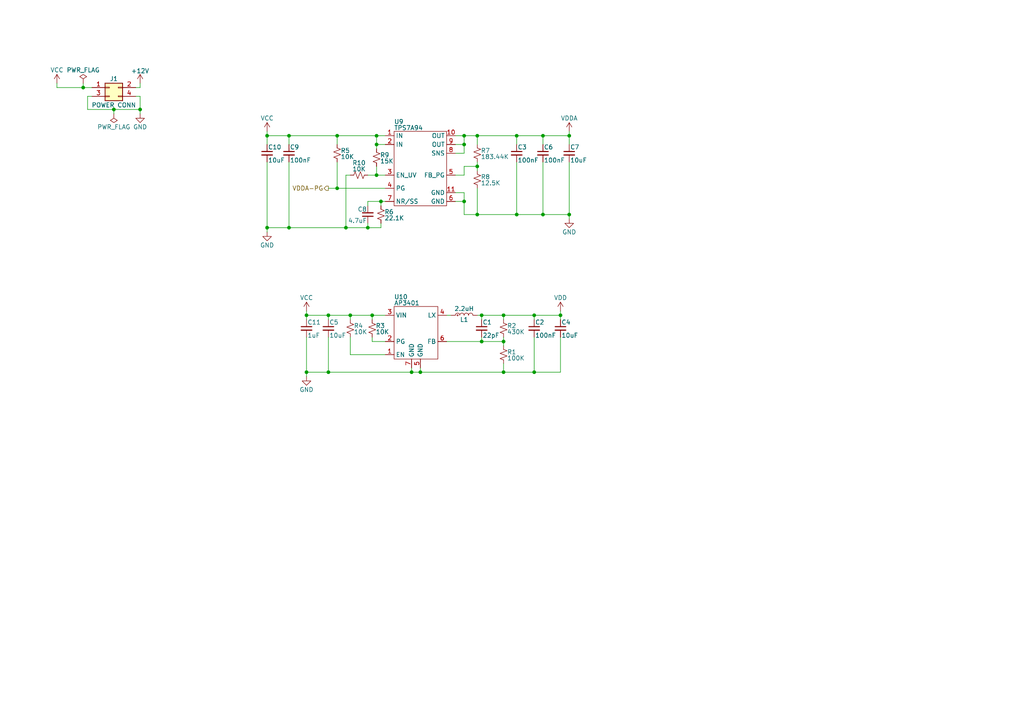
<source format=kicad_sch>
(kicad_sch (version 20230121) (generator eeschema)

  (uuid 2b66e8e7-d495-4594-8ef0-e347bab0802e)

  (paper "A4")

  (title_block
    (title "BenchyReloaded Volt Meters")
    (rev "REV1")
    (company "Daxxn Industries")
  )

  (lib_symbols
    (symbol "Connector_Generic:Conn_02x02_Odd_Even" (pin_names (offset 1.016) hide) (in_bom yes) (on_board yes)
      (property "Reference" "J" (at 1.27 2.54 0)
        (effects (font (size 1.27 1.27)))
      )
      (property "Value" "Conn_02x02_Odd_Even" (at 1.27 -5.08 0)
        (effects (font (size 1.27 1.27)))
      )
      (property "Footprint" "" (at 0 0 0)
        (effects (font (size 1.27 1.27)) hide)
      )
      (property "Datasheet" "~" (at 0 0 0)
        (effects (font (size 1.27 1.27)) hide)
      )
      (property "ki_keywords" "connector" (at 0 0 0)
        (effects (font (size 1.27 1.27)) hide)
      )
      (property "ki_description" "Generic connector, double row, 02x02, odd/even pin numbering scheme (row 1 odd numbers, row 2 even numbers), script generated (kicad-library-utils/schlib/autogen/connector/)" (at 0 0 0)
        (effects (font (size 1.27 1.27)) hide)
      )
      (property "ki_fp_filters" "Connector*:*_2x??_*" (at 0 0 0)
        (effects (font (size 1.27 1.27)) hide)
      )
      (symbol "Conn_02x02_Odd_Even_1_1"
        (rectangle (start -1.27 -2.413) (end 0 -2.667)
          (stroke (width 0.1524) (type default))
          (fill (type none))
        )
        (rectangle (start -1.27 0.127) (end 0 -0.127)
          (stroke (width 0.1524) (type default))
          (fill (type none))
        )
        (rectangle (start -1.27 1.27) (end 3.81 -3.81)
          (stroke (width 0.254) (type default))
          (fill (type background))
        )
        (rectangle (start 3.81 -2.413) (end 2.54 -2.667)
          (stroke (width 0.1524) (type default))
          (fill (type none))
        )
        (rectangle (start 3.81 0.127) (end 2.54 -0.127)
          (stroke (width 0.1524) (type default))
          (fill (type none))
        )
        (pin passive line (at -5.08 0 0) (length 3.81)
          (name "Pin_1" (effects (font (size 1.27 1.27))))
          (number "1" (effects (font (size 1.27 1.27))))
        )
        (pin passive line (at 7.62 0 180) (length 3.81)
          (name "Pin_2" (effects (font (size 1.27 1.27))))
          (number "2" (effects (font (size 1.27 1.27))))
        )
        (pin passive line (at -5.08 -2.54 0) (length 3.81)
          (name "Pin_3" (effects (font (size 1.27 1.27))))
          (number "3" (effects (font (size 1.27 1.27))))
        )
        (pin passive line (at 7.62 -2.54 180) (length 3.81)
          (name "Pin_4" (effects (font (size 1.27 1.27))))
          (number "4" (effects (font (size 1.27 1.27))))
        )
      )
    )
    (symbol "Daxxn_Device:L_Power" (pin_numbers hide) (pin_names (offset 1.016) hide) (in_bom yes) (on_board yes)
      (property "Reference" "L" (at -1.27 0 90)
        (effects (font (size 1.27 1.27)))
      )
      (property "Value" "L_PWR" (at 1.905 0 90)
        (effects (font (size 1.27 1.27)))
      )
      (property "Footprint" "" (at 0 0 0)
        (effects (font (size 1.27 1.27)) hide)
      )
      (property "Datasheet" "~" (at 0 0 0)
        (effects (font (size 1.27 1.27)) hide)
      )
      (property "ki_keywords" "inductor coil magnetics daxxn power" (at 0 0 0)
        (effects (font (size 1.27 1.27)) hide)
      )
      (property "ki_description" "Power Inductor" (at 0 0 0)
        (effects (font (size 1.27 1.27)) hide)
      )
      (property "ki_fp_filters" "Choke_* *Coil* Inductor_* L_*" (at 0 0 0)
        (effects (font (size 1.27 1.27)) hide)
      )
      (symbol "L_Power_0_1"
        (arc (start 0 -2.54) (mid 0.6323 -1.905) (end 0 -1.27)
          (stroke (width 0) (type default))
          (fill (type none))
        )
        (arc (start 0 -1.27) (mid 0.6323 -0.635) (end 0 0)
          (stroke (width 0) (type default))
          (fill (type none))
        )
        (arc (start 0 0) (mid 0.6323 0.635) (end 0 1.27)
          (stroke (width 0) (type default))
          (fill (type none))
        )
        (arc (start 0 1.27) (mid 0.6323 1.905) (end 0 2.54)
          (stroke (width 0) (type default))
          (fill (type none))
        )
        (circle (center 0 1.905) (radius 0.1796)
          (stroke (width 0) (type default))
          (fill (type none))
        )
      )
      (symbol "L_Power_1_1"
        (pin power_in line (at 0 3.81 270) (length 1.27)
          (name "1" (effects (font (size 1.27 1.27))))
          (number "1" (effects (font (size 1.27 1.27))))
        )
        (pin power_out line (at 0 -3.81 90) (length 1.27)
          (name "2" (effects (font (size 1.27 1.27))))
          (number "2" (effects (font (size 1.27 1.27))))
        )
      )
    )
    (symbol "Daxxn_Regulators:AP3401" (in_bom yes) (on_board yes)
      (property "Reference" "U" (at 0 3.81 0)
        (effects (font (size 1.27 1.27)) (justify left))
      )
      (property "Value" "AP3401" (at 0 1.27 0)
        (effects (font (size 1.27 1.27)) (justify left))
      )
      (property "Footprint" "Package_DFN_QFN:DFN-6-1EP_2x2mm_P0.65mm_EP1x1.6mm" (at 6.35 6.35 0)
        (effects (font (size 1.27 1.27)) hide)
      )
      (property "Datasheet" "%LOCAL_DATASHEETS%\\AP3401.pdf" (at 6.35 8.89 0)
        (effects (font (size 1.27 1.27)) hide)
      )
      (property "ki_keywords" "switching regulator low power" (at 0 0 0)
        (effects (font (size 1.27 1.27)) hide)
      )
      (property "ki_description" "Low power Switching Regulator 1A Max" (at 0 0 0)
        (effects (font (size 1.27 1.27)) hide)
      )
      (symbol "AP3401_0_0"
        (pin input line (at -2.54 -13.97 0) (length 2.54)
          (name "EN" (effects (font (size 1.27 1.27))))
          (number "1" (effects (font (size 1.27 1.27))))
        )
        (pin open_emitter line (at -2.54 -10.16 0) (length 2.54)
          (name "PG" (effects (font (size 1.27 1.27))))
          (number "2" (effects (font (size 1.27 1.27))))
        )
        (pin power_in line (at -2.54 -2.54 0) (length 2.54)
          (name "VIN" (effects (font (size 1.27 1.27))))
          (number "3" (effects (font (size 1.27 1.27))))
        )
        (pin power_out line (at 15.24 -2.54 180) (length 2.54)
          (name "LX" (effects (font (size 1.27 1.27))))
          (number "4" (effects (font (size 1.27 1.27))))
        )
        (pin power_in line (at 7.62 -17.78 90) (length 2.54)
          (name "GND" (effects (font (size 1.27 1.27))))
          (number "5" (effects (font (size 1.27 1.27))))
        )
        (pin input line (at 15.24 -10.16 180) (length 2.54)
          (name "FB" (effects (font (size 1.27 1.27))))
          (number "6" (effects (font (size 1.27 1.27))))
        )
        (pin power_in line (at 5.08 -17.78 90) (length 2.54)
          (name "GND" (effects (font (size 1.27 1.27))))
          (number "7" (effects (font (size 1.27 1.27))))
        )
      )
      (symbol "AP3401_0_1"
        (rectangle (start 0 0) (end 12.7 -15.24)
          (stroke (width 0) (type default))
          (fill (type none))
        )
      )
    )
    (symbol "Daxxn_Regulators:TPS7A94" (in_bom yes) (on_board yes)
      (property "Reference" "U" (at 0 3.81 0)
        (effects (font (size 1.27 1.27)) (justify left))
      )
      (property "Value" "TPS7A94" (at 0 1.27 0)
        (effects (font (size 1.27 1.27)) (justify left))
      )
      (property "Footprint" "Daxxn_Packages:WSON-10-1EP_3x3mm" (at 7.62 6.35 0)
        (effects (font (size 1.27 1.27)) hide)
      )
      (property "Datasheet" "%LOCAL_DATASHEETS%/TPS7A94.pdf" (at 7.62 8.89 0)
        (effects (font (size 1.27 1.27)) hide)
      )
      (property "ki_keywords" "ultra low noise low-dropout ldo voltage regulator" (at 0 0 0)
        (effects (font (size 1.27 1.27)) hide)
      )
      (property "ki_description" "Ultra Low-Noise LDO Positive Voltage Regulator" (at 0 0 0)
        (effects (font (size 1.27 1.27)) hide)
      )
      (symbol "TPS7A94_0_0"
        (pin power_in line (at -2.54 -1.27 0) (length 2.54)
          (name "IN" (effects (font (size 1.27 1.27))))
          (number "1" (effects (font (size 1.27 1.27))))
        )
        (pin power_out line (at 17.78 -1.27 180) (length 2.54)
          (name "OUT" (effects (font (size 1.27 1.27))))
          (number "10" (effects (font (size 1.27 1.27))))
        )
        (pin power_in line (at 17.78 -17.78 180) (length 2.54)
          (name "GND" (effects (font (size 1.27 1.27))))
          (number "11" (effects (font (size 1.27 1.27))))
        )
        (pin power_in line (at -2.54 -3.81 0) (length 2.54)
          (name "IN" (effects (font (size 1.27 1.27))))
          (number "2" (effects (font (size 1.27 1.27))))
        )
        (pin input line (at -2.54 -12.7 0) (length 2.54)
          (name "EN_UV" (effects (font (size 1.27 1.27))))
          (number "3" (effects (font (size 1.27 1.27))))
        )
        (pin output line (at -2.54 -16.51 0) (length 2.54)
          (name "PG" (effects (font (size 1.27 1.27))))
          (number "4" (effects (font (size 1.27 1.27))))
        )
        (pin input line (at 17.78 -12.7 180) (length 2.54)
          (name "FB_PG" (effects (font (size 1.27 1.27))))
          (number "5" (effects (font (size 1.27 1.27))))
        )
        (pin power_in line (at 17.78 -20.32 180) (length 2.54)
          (name "GND" (effects (font (size 1.27 1.27))))
          (number "6" (effects (font (size 1.27 1.27))))
        )
        (pin input line (at -2.54 -20.32 0) (length 2.54)
          (name "NR/SS" (effects (font (size 1.27 1.27))))
          (number "7" (effects (font (size 1.27 1.27))))
        )
        (pin input line (at 17.78 -6.35 180) (length 2.54)
          (name "SNS" (effects (font (size 1.27 1.27))))
          (number "8" (effects (font (size 1.27 1.27))))
        )
        (pin power_out line (at 17.78 -3.81 180) (length 2.54)
          (name "OUT" (effects (font (size 1.27 1.27))))
          (number "9" (effects (font (size 1.27 1.27))))
        )
      )
      (symbol "TPS7A94_0_1"
        (rectangle (start 0 0) (end 15.24 -21.59)
          (stroke (width 0) (type default))
          (fill (type none))
        )
      )
    )
    (symbol "Device:C_Small" (pin_numbers hide) (pin_names (offset 0.254) hide) (in_bom yes) (on_board yes)
      (property "Reference" "C" (at 0.254 1.778 0)
        (effects (font (size 1.27 1.27)) (justify left))
      )
      (property "Value" "C_Small" (at 0.254 -2.032 0)
        (effects (font (size 1.27 1.27)) (justify left))
      )
      (property "Footprint" "" (at 0 0 0)
        (effects (font (size 1.27 1.27)) hide)
      )
      (property "Datasheet" "~" (at 0 0 0)
        (effects (font (size 1.27 1.27)) hide)
      )
      (property "ki_keywords" "capacitor cap" (at 0 0 0)
        (effects (font (size 1.27 1.27)) hide)
      )
      (property "ki_description" "Unpolarized capacitor, small symbol" (at 0 0 0)
        (effects (font (size 1.27 1.27)) hide)
      )
      (property "ki_fp_filters" "C_*" (at 0 0 0)
        (effects (font (size 1.27 1.27)) hide)
      )
      (symbol "C_Small_0_1"
        (polyline
          (pts
            (xy -1.524 -0.508)
            (xy 1.524 -0.508)
          )
          (stroke (width 0.3302) (type default))
          (fill (type none))
        )
        (polyline
          (pts
            (xy -1.524 0.508)
            (xy 1.524 0.508)
          )
          (stroke (width 0.3048) (type default))
          (fill (type none))
        )
      )
      (symbol "C_Small_1_1"
        (pin passive line (at 0 2.54 270) (length 2.032)
          (name "~" (effects (font (size 1.27 1.27))))
          (number "1" (effects (font (size 1.27 1.27))))
        )
        (pin passive line (at 0 -2.54 90) (length 2.032)
          (name "~" (effects (font (size 1.27 1.27))))
          (number "2" (effects (font (size 1.27 1.27))))
        )
      )
    )
    (symbol "Device:R_Small_US" (pin_numbers hide) (pin_names (offset 0.254) hide) (in_bom yes) (on_board yes)
      (property "Reference" "R" (at 0.762 0.508 0)
        (effects (font (size 1.27 1.27)) (justify left))
      )
      (property "Value" "R_Small_US" (at 0.762 -1.016 0)
        (effects (font (size 1.27 1.27)) (justify left))
      )
      (property "Footprint" "" (at 0 0 0)
        (effects (font (size 1.27 1.27)) hide)
      )
      (property "Datasheet" "~" (at 0 0 0)
        (effects (font (size 1.27 1.27)) hide)
      )
      (property "ki_keywords" "r resistor" (at 0 0 0)
        (effects (font (size 1.27 1.27)) hide)
      )
      (property "ki_description" "Resistor, small US symbol" (at 0 0 0)
        (effects (font (size 1.27 1.27)) hide)
      )
      (property "ki_fp_filters" "R_*" (at 0 0 0)
        (effects (font (size 1.27 1.27)) hide)
      )
      (symbol "R_Small_US_1_1"
        (polyline
          (pts
            (xy 0 0)
            (xy 1.016 -0.381)
            (xy 0 -0.762)
            (xy -1.016 -1.143)
            (xy 0 -1.524)
          )
          (stroke (width 0) (type default))
          (fill (type none))
        )
        (polyline
          (pts
            (xy 0 1.524)
            (xy 1.016 1.143)
            (xy 0 0.762)
            (xy -1.016 0.381)
            (xy 0 0)
          )
          (stroke (width 0) (type default))
          (fill (type none))
        )
        (pin passive line (at 0 2.54 270) (length 1.016)
          (name "~" (effects (font (size 1.27 1.27))))
          (number "1" (effects (font (size 1.27 1.27))))
        )
        (pin passive line (at 0 -2.54 90) (length 1.016)
          (name "~" (effects (font (size 1.27 1.27))))
          (number "2" (effects (font (size 1.27 1.27))))
        )
      )
    )
    (symbol "power:+12V" (power) (pin_names (offset 0)) (in_bom yes) (on_board yes)
      (property "Reference" "#PWR" (at 0 -3.81 0)
        (effects (font (size 1.27 1.27)) hide)
      )
      (property "Value" "+12V" (at 0 3.556 0)
        (effects (font (size 1.27 1.27)))
      )
      (property "Footprint" "" (at 0 0 0)
        (effects (font (size 1.27 1.27)) hide)
      )
      (property "Datasheet" "" (at 0 0 0)
        (effects (font (size 1.27 1.27)) hide)
      )
      (property "ki_keywords" "global power" (at 0 0 0)
        (effects (font (size 1.27 1.27)) hide)
      )
      (property "ki_description" "Power symbol creates a global label with name \"+12V\"" (at 0 0 0)
        (effects (font (size 1.27 1.27)) hide)
      )
      (symbol "+12V_0_1"
        (polyline
          (pts
            (xy -0.762 1.27)
            (xy 0 2.54)
          )
          (stroke (width 0) (type default))
          (fill (type none))
        )
        (polyline
          (pts
            (xy 0 0)
            (xy 0 2.54)
          )
          (stroke (width 0) (type default))
          (fill (type none))
        )
        (polyline
          (pts
            (xy 0 2.54)
            (xy 0.762 1.27)
          )
          (stroke (width 0) (type default))
          (fill (type none))
        )
      )
      (symbol "+12V_1_1"
        (pin power_in line (at 0 0 90) (length 0) hide
          (name "+12V" (effects (font (size 1.27 1.27))))
          (number "1" (effects (font (size 1.27 1.27))))
        )
      )
    )
    (symbol "power:GND" (power) (pin_names (offset 0)) (in_bom yes) (on_board yes)
      (property "Reference" "#PWR" (at 0 -6.35 0)
        (effects (font (size 1.27 1.27)) hide)
      )
      (property "Value" "GND" (at 0 -3.81 0)
        (effects (font (size 1.27 1.27)))
      )
      (property "Footprint" "" (at 0 0 0)
        (effects (font (size 1.27 1.27)) hide)
      )
      (property "Datasheet" "" (at 0 0 0)
        (effects (font (size 1.27 1.27)) hide)
      )
      (property "ki_keywords" "global power" (at 0 0 0)
        (effects (font (size 1.27 1.27)) hide)
      )
      (property "ki_description" "Power symbol creates a global label with name \"GND\" , ground" (at 0 0 0)
        (effects (font (size 1.27 1.27)) hide)
      )
      (symbol "GND_0_1"
        (polyline
          (pts
            (xy 0 0)
            (xy 0 -1.27)
            (xy 1.27 -1.27)
            (xy 0 -2.54)
            (xy -1.27 -1.27)
            (xy 0 -1.27)
          )
          (stroke (width 0) (type default))
          (fill (type none))
        )
      )
      (symbol "GND_1_1"
        (pin power_in line (at 0 0 270) (length 0) hide
          (name "GND" (effects (font (size 1.27 1.27))))
          (number "1" (effects (font (size 1.27 1.27))))
        )
      )
    )
    (symbol "power:PWR_FLAG" (power) (pin_numbers hide) (pin_names (offset 0) hide) (in_bom yes) (on_board yes)
      (property "Reference" "#FLG" (at 0 1.905 0)
        (effects (font (size 1.27 1.27)) hide)
      )
      (property "Value" "PWR_FLAG" (at 0 3.81 0)
        (effects (font (size 1.27 1.27)))
      )
      (property "Footprint" "" (at 0 0 0)
        (effects (font (size 1.27 1.27)) hide)
      )
      (property "Datasheet" "~" (at 0 0 0)
        (effects (font (size 1.27 1.27)) hide)
      )
      (property "ki_keywords" "flag power" (at 0 0 0)
        (effects (font (size 1.27 1.27)) hide)
      )
      (property "ki_description" "Special symbol for telling ERC where power comes from" (at 0 0 0)
        (effects (font (size 1.27 1.27)) hide)
      )
      (symbol "PWR_FLAG_0_0"
        (pin power_out line (at 0 0 90) (length 0)
          (name "pwr" (effects (font (size 1.27 1.27))))
          (number "1" (effects (font (size 1.27 1.27))))
        )
      )
      (symbol "PWR_FLAG_0_1"
        (polyline
          (pts
            (xy 0 0)
            (xy 0 1.27)
            (xy -1.016 1.905)
            (xy 0 2.54)
            (xy 1.016 1.905)
            (xy 0 1.27)
          )
          (stroke (width 0) (type default))
          (fill (type none))
        )
      )
    )
    (symbol "power:VCC" (power) (pin_names (offset 0)) (in_bom yes) (on_board yes)
      (property "Reference" "#PWR" (at 0 -3.81 0)
        (effects (font (size 1.27 1.27)) hide)
      )
      (property "Value" "VCC" (at 0 3.81 0)
        (effects (font (size 1.27 1.27)))
      )
      (property "Footprint" "" (at 0 0 0)
        (effects (font (size 1.27 1.27)) hide)
      )
      (property "Datasheet" "" (at 0 0 0)
        (effects (font (size 1.27 1.27)) hide)
      )
      (property "ki_keywords" "global power" (at 0 0 0)
        (effects (font (size 1.27 1.27)) hide)
      )
      (property "ki_description" "Power symbol creates a global label with name \"VCC\"" (at 0 0 0)
        (effects (font (size 1.27 1.27)) hide)
      )
      (symbol "VCC_0_1"
        (polyline
          (pts
            (xy -0.762 1.27)
            (xy 0 2.54)
          )
          (stroke (width 0) (type default))
          (fill (type none))
        )
        (polyline
          (pts
            (xy 0 0)
            (xy 0 2.54)
          )
          (stroke (width 0) (type default))
          (fill (type none))
        )
        (polyline
          (pts
            (xy 0 2.54)
            (xy 0.762 1.27)
          )
          (stroke (width 0) (type default))
          (fill (type none))
        )
      )
      (symbol "VCC_1_1"
        (pin power_in line (at 0 0 90) (length 0) hide
          (name "VCC" (effects (font (size 1.27 1.27))))
          (number "1" (effects (font (size 1.27 1.27))))
        )
      )
    )
    (symbol "power:VDD" (power) (pin_names (offset 0)) (in_bom yes) (on_board yes)
      (property "Reference" "#PWR" (at 0 -3.81 0)
        (effects (font (size 1.27 1.27)) hide)
      )
      (property "Value" "VDD" (at 0 3.81 0)
        (effects (font (size 1.27 1.27)))
      )
      (property "Footprint" "" (at 0 0 0)
        (effects (font (size 1.27 1.27)) hide)
      )
      (property "Datasheet" "" (at 0 0 0)
        (effects (font (size 1.27 1.27)) hide)
      )
      (property "ki_keywords" "global power" (at 0 0 0)
        (effects (font (size 1.27 1.27)) hide)
      )
      (property "ki_description" "Power symbol creates a global label with name \"VDD\"" (at 0 0 0)
        (effects (font (size 1.27 1.27)) hide)
      )
      (symbol "VDD_0_1"
        (polyline
          (pts
            (xy -0.762 1.27)
            (xy 0 2.54)
          )
          (stroke (width 0) (type default))
          (fill (type none))
        )
        (polyline
          (pts
            (xy 0 0)
            (xy 0 2.54)
          )
          (stroke (width 0) (type default))
          (fill (type none))
        )
        (polyline
          (pts
            (xy 0 2.54)
            (xy 0.762 1.27)
          )
          (stroke (width 0) (type default))
          (fill (type none))
        )
      )
      (symbol "VDD_1_1"
        (pin power_in line (at 0 0 90) (length 0) hide
          (name "VDD" (effects (font (size 1.27 1.27))))
          (number "1" (effects (font (size 1.27 1.27))))
        )
      )
    )
    (symbol "power:VDDA" (power) (pin_names (offset 0)) (in_bom yes) (on_board yes)
      (property "Reference" "#PWR" (at 0 -3.81 0)
        (effects (font (size 1.27 1.27)) hide)
      )
      (property "Value" "VDDA" (at 0 3.81 0)
        (effects (font (size 1.27 1.27)))
      )
      (property "Footprint" "" (at 0 0 0)
        (effects (font (size 1.27 1.27)) hide)
      )
      (property "Datasheet" "" (at 0 0 0)
        (effects (font (size 1.27 1.27)) hide)
      )
      (property "ki_keywords" "global power" (at 0 0 0)
        (effects (font (size 1.27 1.27)) hide)
      )
      (property "ki_description" "Power symbol creates a global label with name \"VDDA\"" (at 0 0 0)
        (effects (font (size 1.27 1.27)) hide)
      )
      (symbol "VDDA_0_1"
        (polyline
          (pts
            (xy -0.762 1.27)
            (xy 0 2.54)
          )
          (stroke (width 0) (type default))
          (fill (type none))
        )
        (polyline
          (pts
            (xy 0 0)
            (xy 0 2.54)
          )
          (stroke (width 0) (type default))
          (fill (type none))
        )
        (polyline
          (pts
            (xy 0 2.54)
            (xy 0.762 1.27)
          )
          (stroke (width 0) (type default))
          (fill (type none))
        )
      )
      (symbol "VDDA_1_1"
        (pin power_in line (at 0 0 90) (length 0) hide
          (name "VDDA" (effects (font (size 1.27 1.27))))
          (number "1" (effects (font (size 1.27 1.27))))
        )
      )
    )
  )


  (junction (at 40.64 31.75) (diameter 0) (color 0 0 0 0)
    (uuid 01f349f2-5246-44ad-a04a-e45574c59f1a)
  )
  (junction (at 109.22 39.37) (diameter 0) (color 0 0 0 0)
    (uuid 057c8864-0d78-4a91-982e-9a54b1447b81)
  )
  (junction (at 154.94 91.44) (diameter 0) (color 0 0 0 0)
    (uuid 0e0d209f-7859-42b0-8095-00fdca66ce75)
  )
  (junction (at 97.79 54.61) (diameter 0) (color 0 0 0 0)
    (uuid 0ee10f07-77dd-457a-9c99-ed0050f9c1b8)
  )
  (junction (at 134.62 39.37) (diameter 0) (color 0 0 0 0)
    (uuid 17b9757f-9fca-45d8-b17d-9c9daed1bebf)
  )
  (junction (at 157.48 62.23) (diameter 0) (color 0 0 0 0)
    (uuid 1b1e82ba-1140-4494-886d-ef684c2eba48)
  )
  (junction (at 146.05 107.95) (diameter 0) (color 0 0 0 0)
    (uuid 1d6334cd-ef7b-4a1d-855a-c420aa723f76)
  )
  (junction (at 138.43 62.23) (diameter 0) (color 0 0 0 0)
    (uuid 1e2bd168-c411-459b-8283-346f1d20f297)
  )
  (junction (at 97.79 39.37) (diameter 0) (color 0 0 0 0)
    (uuid 1f956d82-0ee7-4492-bca6-9c36e857b32f)
  )
  (junction (at 106.68 66.04) (diameter 0) (color 0 0 0 0)
    (uuid 1ffc5060-0893-496a-822f-f2e012f842b3)
  )
  (junction (at 149.86 39.37) (diameter 0) (color 0 0 0 0)
    (uuid 32032613-f9b7-4a04-9eea-a7dece1e1dde)
  )
  (junction (at 88.9 107.95) (diameter 0) (color 0 0 0 0)
    (uuid 4b8efe5f-de84-4800-abfc-362e1055c397)
  )
  (junction (at 134.62 41.91) (diameter 0) (color 0 0 0 0)
    (uuid 4eb0b4da-e72f-4fa6-b8ed-7c8f851bcb58)
  )
  (junction (at 139.7 91.44) (diameter 0) (color 0 0 0 0)
    (uuid 4ec336f0-9de7-4902-89df-4edcc3ab9df5)
  )
  (junction (at 139.7 99.06) (diameter 0) (color 0 0 0 0)
    (uuid 53de64a0-fe74-4faf-ac53-6706ad780a96)
  )
  (junction (at 95.25 107.95) (diameter 0) (color 0 0 0 0)
    (uuid 5bf32d1c-6f81-450c-8ecc-bfbb268ad133)
  )
  (junction (at 149.86 62.23) (diameter 0) (color 0 0 0 0)
    (uuid 5c14de27-d687-4bc4-a1b0-6c19887692ab)
  )
  (junction (at 154.94 107.95) (diameter 0) (color 0 0 0 0)
    (uuid 61ee3f4b-d9b1-4c64-83c4-734e71ac16ae)
  )
  (junction (at 33.02 31.75) (diameter 0) (color 0 0 0 0)
    (uuid 644ab9c7-68b7-45f9-b523-4cb7b8be6d19)
  )
  (junction (at 119.38 107.95) (diameter 0) (color 0 0 0 0)
    (uuid 69fe4d73-06dc-44fe-ac61-efcfe82ccffd)
  )
  (junction (at 100.33 66.04) (diameter 0) (color 0 0 0 0)
    (uuid 6e5ae6d0-e722-4caa-bf82-e17d135f3c6f)
  )
  (junction (at 146.05 91.44) (diameter 0) (color 0 0 0 0)
    (uuid 6f2ad517-0bf2-4120-ad88-2d4aaa8c066f)
  )
  (junction (at 83.82 66.04) (diameter 0) (color 0 0 0 0)
    (uuid 7d1eb944-7ba9-42ba-ac03-994b093db09c)
  )
  (junction (at 110.49 58.42) (diameter 0) (color 0 0 0 0)
    (uuid 7f159837-40dc-4769-abf3-4ce039dbc5d2)
  )
  (junction (at 109.22 41.91) (diameter 0) (color 0 0 0 0)
    (uuid 828937df-2024-4d3b-a44b-0807cb208b8f)
  )
  (junction (at 107.95 91.44) (diameter 0) (color 0 0 0 0)
    (uuid 82ccdc83-b019-430f-8d60-34d5fec5d5cc)
  )
  (junction (at 101.6 91.44) (diameter 0) (color 0 0 0 0)
    (uuid 863645e6-50d2-42c3-8e57-7e33db69958b)
  )
  (junction (at 109.22 50.8) (diameter 0) (color 0 0 0 0)
    (uuid 89789c60-4522-4edc-8b53-f58ee8602489)
  )
  (junction (at 165.1 39.37) (diameter 0) (color 0 0 0 0)
    (uuid 950ab033-bc71-400c-90ca-e0eb069aa31e)
  )
  (junction (at 138.43 48.26) (diameter 0) (color 0 0 0 0)
    (uuid ada3c171-e38f-4998-aced-c7aacd423142)
  )
  (junction (at 77.47 66.04) (diameter 0) (color 0 0 0 0)
    (uuid b0b3875a-5d0f-4e05-8588-b7213332d192)
  )
  (junction (at 77.47 39.37) (diameter 0) (color 0 0 0 0)
    (uuid b2f128f3-02c6-441f-9cbc-6a649fba4676)
  )
  (junction (at 165.1 62.23) (diameter 0) (color 0 0 0 0)
    (uuid c1f21eea-dbd2-49e0-8414-992ada0bef8f)
  )
  (junction (at 88.9 91.44) (diameter 0) (color 0 0 0 0)
    (uuid c436459a-6923-4903-855c-8425ce66b3e6)
  )
  (junction (at 121.92 107.95) (diameter 0) (color 0 0 0 0)
    (uuid d2797d76-7102-411e-be3e-221121b976e5)
  )
  (junction (at 134.62 58.42) (diameter 0) (color 0 0 0 0)
    (uuid d2ea7d39-8beb-4ed2-bd48-81a5f4b092cd)
  )
  (junction (at 95.25 91.44) (diameter 0) (color 0 0 0 0)
    (uuid d5f5185c-20fc-46de-b046-7f3039856ec5)
  )
  (junction (at 146.05 99.06) (diameter 0) (color 0 0 0 0)
    (uuid d9f11017-4713-4f48-b1a5-9de7e151ec32)
  )
  (junction (at 138.43 39.37) (diameter 0) (color 0 0 0 0)
    (uuid db6c18be-4bc8-4906-9565-d088048bf850)
  )
  (junction (at 162.56 91.44) (diameter 0) (color 0 0 0 0)
    (uuid db7fd8de-a83b-4968-b13a-7ac078fceee2)
  )
  (junction (at 157.48 39.37) (diameter 0) (color 0 0 0 0)
    (uuid e76e4356-6cb3-4000-9b13-1205a11f9619)
  )
  (junction (at 24.13 25.4) (diameter 0) (color 0 0 0 0)
    (uuid f0c1a98b-612e-420a-b24f-39101b35131b)
  )
  (junction (at 83.82 39.37) (diameter 0) (color 0 0 0 0)
    (uuid f37c87fa-5617-4718-a5d3-bae837e1b51c)
  )

  (wire (pts (xy 101.6 92.71) (xy 101.6 91.44))
    (stroke (width 0) (type default))
    (uuid 018b27f5-17e3-4805-9364-cc4bd37f761b)
  )
  (wire (pts (xy 149.86 46.99) (xy 149.86 62.23))
    (stroke (width 0) (type default))
    (uuid 0330f410-e55e-4ece-8d15-522f833dea35)
  )
  (wire (pts (xy 149.86 62.23) (xy 157.48 62.23))
    (stroke (width 0) (type default))
    (uuid 092875ad-6473-435a-ab10-30a282d01a7c)
  )
  (wire (pts (xy 111.76 41.91) (xy 109.22 41.91))
    (stroke (width 0) (type default))
    (uuid 0eb9c739-3213-44db-a933-e1074426a8a0)
  )
  (wire (pts (xy 88.9 107.95) (xy 88.9 109.22))
    (stroke (width 0) (type default))
    (uuid 100d2a79-360f-402b-97d5-0477f79b5740)
  )
  (wire (pts (xy 106.68 58.42) (xy 110.49 58.42))
    (stroke (width 0) (type default))
    (uuid 119f512e-ed7a-477d-bb34-e2da49a2ca29)
  )
  (wire (pts (xy 97.79 39.37) (xy 97.79 41.91))
    (stroke (width 0) (type default))
    (uuid 1ed48aab-e633-4f63-a734-149824304a32)
  )
  (wire (pts (xy 138.43 54.61) (xy 138.43 62.23))
    (stroke (width 0) (type default))
    (uuid 1f3218ed-e8f8-40be-b883-137028ac6b3b)
  )
  (wire (pts (xy 33.02 31.75) (xy 33.02 33.02))
    (stroke (width 0) (type default))
    (uuid 1f6ae1c8-1b6e-4199-a5fe-a39db21cb752)
  )
  (wire (pts (xy 40.64 31.75) (xy 40.64 27.94))
    (stroke (width 0) (type default))
    (uuid 20800e7c-3481-43f7-9677-3c1ddeba2a4d)
  )
  (wire (pts (xy 111.76 58.42) (xy 110.49 58.42))
    (stroke (width 0) (type default))
    (uuid 21cca5e6-baa9-4310-a934-42ed9418e64d)
  )
  (wire (pts (xy 88.9 107.95) (xy 95.25 107.95))
    (stroke (width 0) (type default))
    (uuid 223f0623-4d04-4cb3-881d-547fdea04765)
  )
  (wire (pts (xy 109.22 39.37) (xy 111.76 39.37))
    (stroke (width 0) (type default))
    (uuid 24038c6e-3b4f-4f4d-a308-d378ec36a471)
  )
  (wire (pts (xy 165.1 39.37) (xy 165.1 38.1))
    (stroke (width 0) (type default))
    (uuid 29fd3b74-7eeb-4354-91d7-7df592e019e3)
  )
  (wire (pts (xy 139.7 91.44) (xy 139.7 92.71))
    (stroke (width 0) (type default))
    (uuid 2a9df0f1-9230-4a71-8f5f-004bff38bec1)
  )
  (wire (pts (xy 165.1 39.37) (xy 165.1 41.91))
    (stroke (width 0) (type default))
    (uuid 2bcbf018-979f-47d8-ba00-82d6d3cfd1b0)
  )
  (wire (pts (xy 77.47 67.31) (xy 77.47 66.04))
    (stroke (width 0) (type default))
    (uuid 2da24e2d-993a-4776-88a9-3ec5fdb9549c)
  )
  (wire (pts (xy 40.64 27.94) (xy 39.37 27.94))
    (stroke (width 0) (type default))
    (uuid 31e7c1a5-6d42-47dc-b4aa-a58431c1b7f6)
  )
  (wire (pts (xy 83.82 39.37) (xy 97.79 39.37))
    (stroke (width 0) (type default))
    (uuid 331e3d9e-8155-4392-ac88-7a6da7143af3)
  )
  (wire (pts (xy 110.49 66.04) (xy 110.49 64.77))
    (stroke (width 0) (type default))
    (uuid 360e77da-e664-4404-9275-84b7f3d70368)
  )
  (wire (pts (xy 138.43 39.37) (xy 149.86 39.37))
    (stroke (width 0) (type default))
    (uuid 378bd083-8916-45ca-b02b-b7c244530f1a)
  )
  (wire (pts (xy 88.9 97.79) (xy 88.9 107.95))
    (stroke (width 0) (type default))
    (uuid 3ab1e5f6-3a54-4647-9970-6e8ec371c7d5)
  )
  (wire (pts (xy 146.05 105.41) (xy 146.05 107.95))
    (stroke (width 0) (type default))
    (uuid 3c9524b0-370f-48b3-8643-bfc9228bb75b)
  )
  (wire (pts (xy 100.33 50.8) (xy 100.33 66.04))
    (stroke (width 0) (type default))
    (uuid 3e2c37b8-e3b3-4fc8-8ae2-8709cc0cdc36)
  )
  (wire (pts (xy 154.94 97.79) (xy 154.94 107.95))
    (stroke (width 0) (type default))
    (uuid 42c19fea-6fbc-45d3-b6bf-af261ec40ec0)
  )
  (wire (pts (xy 134.62 55.88) (xy 134.62 58.42))
    (stroke (width 0) (type default))
    (uuid 47e5eba0-c613-4293-8eaf-636e6ac12706)
  )
  (wire (pts (xy 157.48 62.23) (xy 165.1 62.23))
    (stroke (width 0) (type default))
    (uuid 4a20b6f3-98c7-4c2b-97e0-b3672f32a208)
  )
  (wire (pts (xy 134.62 50.8) (xy 134.62 48.26))
    (stroke (width 0) (type default))
    (uuid 4abad38d-ad54-4e02-aab5-b7fd9b4236e6)
  )
  (wire (pts (xy 77.47 39.37) (xy 83.82 39.37))
    (stroke (width 0) (type default))
    (uuid 4c6a9276-f563-4b00-acbb-b86c52c03fce)
  )
  (wire (pts (xy 83.82 39.37) (xy 83.82 41.91))
    (stroke (width 0) (type default))
    (uuid 4eaa70ac-616b-46a4-a56a-b4a4f36bc0eb)
  )
  (wire (pts (xy 132.08 44.45) (xy 134.62 44.45))
    (stroke (width 0) (type default))
    (uuid 508ced37-eefd-4872-a878-9c423092bba7)
  )
  (wire (pts (xy 162.56 97.79) (xy 162.56 107.95))
    (stroke (width 0) (type default))
    (uuid 51450657-5e9a-4dcc-8108-42c645c14d2f)
  )
  (wire (pts (xy 109.22 41.91) (xy 109.22 39.37))
    (stroke (width 0) (type default))
    (uuid 546f2187-74ab-459e-8ce5-6150710a3bc3)
  )
  (wire (pts (xy 138.43 48.26) (xy 138.43 49.53))
    (stroke (width 0) (type default))
    (uuid 54990a59-f3c4-44ea-a99c-44cf2761b01d)
  )
  (wire (pts (xy 149.86 39.37) (xy 157.48 39.37))
    (stroke (width 0) (type default))
    (uuid 5816d1bf-aef1-47a7-8029-c85882ba8562)
  )
  (wire (pts (xy 111.76 54.61) (xy 97.79 54.61))
    (stroke (width 0) (type default))
    (uuid 5888fd5b-8e54-488e-91ad-ec79c30829a7)
  )
  (wire (pts (xy 138.43 91.44) (xy 139.7 91.44))
    (stroke (width 0) (type default))
    (uuid 5891596f-e878-43ca-a026-d9f25a4ea314)
  )
  (wire (pts (xy 139.7 99.06) (xy 146.05 99.06))
    (stroke (width 0) (type default))
    (uuid 5a21d83d-3c7d-41ff-b000-22a8c4414b39)
  )
  (wire (pts (xy 132.08 58.42) (xy 134.62 58.42))
    (stroke (width 0) (type default))
    (uuid 5c8a1fe8-9d2e-4423-85da-b39a6b619340)
  )
  (wire (pts (xy 121.92 106.68) (xy 121.92 107.95))
    (stroke (width 0) (type default))
    (uuid 5e10f52b-2bea-4013-af7a-8bd37a74e3fa)
  )
  (wire (pts (xy 107.95 91.44) (xy 111.76 91.44))
    (stroke (width 0) (type default))
    (uuid 5f9b2728-e79d-4086-a974-3db836c4239c)
  )
  (wire (pts (xy 146.05 92.71) (xy 146.05 91.44))
    (stroke (width 0) (type default))
    (uuid 6253d0ed-b321-436a-b0ee-e75d3c1bf9f0)
  )
  (wire (pts (xy 101.6 102.87) (xy 111.76 102.87))
    (stroke (width 0) (type default))
    (uuid 637e4c6f-422a-4b92-af99-7658c0e02fc1)
  )
  (wire (pts (xy 134.62 39.37) (xy 138.43 39.37))
    (stroke (width 0) (type default))
    (uuid 6705a11e-c3bd-4cc6-bd39-f75eeb186f2c)
  )
  (wire (pts (xy 146.05 107.95) (xy 121.92 107.95))
    (stroke (width 0) (type default))
    (uuid 68b46806-4baf-4748-8bd4-5e1d801f39f1)
  )
  (wire (pts (xy 95.25 91.44) (xy 95.25 92.71))
    (stroke (width 0) (type default))
    (uuid 7078471f-6d0a-46b3-bcb4-5d7cbcf8ff92)
  )
  (wire (pts (xy 83.82 66.04) (xy 100.33 66.04))
    (stroke (width 0) (type default))
    (uuid 721d9423-f28c-4be6-94ec-3ea87ffe7b82)
  )
  (wire (pts (xy 134.62 48.26) (xy 138.43 48.26))
    (stroke (width 0) (type default))
    (uuid 75f36dac-bce3-4aa0-a85a-746d183cfd95)
  )
  (wire (pts (xy 77.47 46.99) (xy 77.47 66.04))
    (stroke (width 0) (type default))
    (uuid 7605201d-5a37-4d50-83a8-2323c35f14b6)
  )
  (wire (pts (xy 138.43 46.99) (xy 138.43 48.26))
    (stroke (width 0) (type default))
    (uuid 7634f51a-86d7-4d91-9a3d-1345510d1dac)
  )
  (wire (pts (xy 132.08 50.8) (xy 134.62 50.8))
    (stroke (width 0) (type default))
    (uuid 7968d831-c1a5-47e8-a9fc-71019ed2dcd4)
  )
  (wire (pts (xy 157.48 39.37) (xy 165.1 39.37))
    (stroke (width 0) (type default))
    (uuid 7e9afa03-e910-4d58-b68d-98d84fd01d31)
  )
  (wire (pts (xy 101.6 91.44) (xy 95.25 91.44))
    (stroke (width 0) (type default))
    (uuid 7f687657-ec4d-472a-871b-1d7f7a999652)
  )
  (wire (pts (xy 95.25 97.79) (xy 95.25 107.95))
    (stroke (width 0) (type default))
    (uuid 8114fd70-ce66-443d-a373-55b509a5f9a1)
  )
  (wire (pts (xy 134.62 62.23) (xy 138.43 62.23))
    (stroke (width 0) (type default))
    (uuid 829eb01b-d44a-4125-b66d-65548c8bb157)
  )
  (wire (pts (xy 134.62 58.42) (xy 134.62 62.23))
    (stroke (width 0) (type default))
    (uuid 84609798-9e84-4d84-a910-4f0c56a56ef7)
  )
  (wire (pts (xy 162.56 90.17) (xy 162.56 91.44))
    (stroke (width 0) (type default))
    (uuid 850ec466-fca0-47b7-b1b5-1b35873218ab)
  )
  (wire (pts (xy 129.54 91.44) (xy 130.81 91.44))
    (stroke (width 0) (type default))
    (uuid 886d6f02-623c-4503-aa69-da10d0d44865)
  )
  (wire (pts (xy 134.62 41.91) (xy 134.62 39.37))
    (stroke (width 0) (type default))
    (uuid 88b568b6-cbeb-4314-b064-b7e0fd58ab8a)
  )
  (wire (pts (xy 162.56 107.95) (xy 154.94 107.95))
    (stroke (width 0) (type default))
    (uuid 8a35a7dd-74ee-45b8-9268-63c27f986737)
  )
  (wire (pts (xy 109.22 50.8) (xy 109.22 48.26))
    (stroke (width 0) (type default))
    (uuid 8a6e2af2-d83b-44e0-b384-886bfe8d20e9)
  )
  (wire (pts (xy 101.6 91.44) (xy 107.95 91.44))
    (stroke (width 0) (type default))
    (uuid 8ab1162d-adba-4fee-b7c9-0669d37d28b9)
  )
  (wire (pts (xy 16.51 25.4) (xy 16.51 24.13))
    (stroke (width 0) (type default))
    (uuid 8cc7f5c5-499a-4813-a46f-ea0e16c95737)
  )
  (wire (pts (xy 39.37 25.4) (xy 40.64 25.4))
    (stroke (width 0) (type default))
    (uuid 8d2ab876-9462-4a4a-a2eb-6638c4be4e3c)
  )
  (wire (pts (xy 162.56 91.44) (xy 154.94 91.44))
    (stroke (width 0) (type default))
    (uuid 8f2038b2-9c30-4708-83ac-1e7edb4af15b)
  )
  (wire (pts (xy 146.05 97.79) (xy 146.05 99.06))
    (stroke (width 0) (type default))
    (uuid 90401d9a-b32c-40a5-8660-f59e1d399983)
  )
  (wire (pts (xy 139.7 91.44) (xy 146.05 91.44))
    (stroke (width 0) (type default))
    (uuid 90b1346a-7cfd-49bd-89b6-ebdada76c112)
  )
  (wire (pts (xy 101.6 50.8) (xy 100.33 50.8))
    (stroke (width 0) (type default))
    (uuid 92533025-f51e-41b6-bc7c-814fd362f02d)
  )
  (wire (pts (xy 134.62 44.45) (xy 134.62 41.91))
    (stroke (width 0) (type default))
    (uuid 99ba06a8-5895-4231-b5be-bb5f2faeb03b)
  )
  (wire (pts (xy 106.68 59.69) (xy 106.68 58.42))
    (stroke (width 0) (type default))
    (uuid ac668e54-a9b9-4d43-b6f6-24838efd9720)
  )
  (wire (pts (xy 132.08 55.88) (xy 134.62 55.88))
    (stroke (width 0) (type default))
    (uuid ac8c4add-7cbc-483d-a1df-080213b7af00)
  )
  (wire (pts (xy 157.48 46.99) (xy 157.48 62.23))
    (stroke (width 0) (type default))
    (uuid adbe0db3-1e52-4283-a333-13dece1b60dc)
  )
  (wire (pts (xy 107.95 92.71) (xy 107.95 91.44))
    (stroke (width 0) (type default))
    (uuid aee82dff-0689-424a-9467-9c3e64693b2b)
  )
  (wire (pts (xy 101.6 97.79) (xy 101.6 102.87))
    (stroke (width 0) (type default))
    (uuid af188ed6-db33-43c1-be8d-06ba22382e8e)
  )
  (wire (pts (xy 77.47 41.91) (xy 77.47 39.37))
    (stroke (width 0) (type default))
    (uuid b39f2897-ce36-4b1b-ba01-808fa25a3aac)
  )
  (wire (pts (xy 95.25 54.61) (xy 97.79 54.61))
    (stroke (width 0) (type default))
    (uuid b42230b0-e48c-4073-a87c-d27513f5709f)
  )
  (wire (pts (xy 83.82 46.99) (xy 83.82 66.04))
    (stroke (width 0) (type default))
    (uuid b7aa16c6-4ac0-44f9-9086-527c650d4a45)
  )
  (wire (pts (xy 109.22 41.91) (xy 109.22 43.18))
    (stroke (width 0) (type default))
    (uuid b8c245ca-28f1-4cb1-a083-af320dc5d20b)
  )
  (wire (pts (xy 77.47 66.04) (xy 83.82 66.04))
    (stroke (width 0) (type default))
    (uuid ba30287d-3d66-477a-8d44-6d2c611920d9)
  )
  (wire (pts (xy 132.08 41.91) (xy 134.62 41.91))
    (stroke (width 0) (type default))
    (uuid ba959391-006a-4209-809d-63f64de4966c)
  )
  (wire (pts (xy 26.67 27.94) (xy 25.4 27.94))
    (stroke (width 0) (type default))
    (uuid bac2a811-6a0c-4e33-96b3-3f744a40e5f9)
  )
  (wire (pts (xy 165.1 46.99) (xy 165.1 62.23))
    (stroke (width 0) (type default))
    (uuid bade2944-e2ca-48f2-a282-c449a3aa693a)
  )
  (wire (pts (xy 154.94 91.44) (xy 146.05 91.44))
    (stroke (width 0) (type default))
    (uuid baf740fc-c53e-44aa-85b1-4cde9ea1b2f5)
  )
  (wire (pts (xy 24.13 24.13) (xy 24.13 25.4))
    (stroke (width 0) (type default))
    (uuid bdb7b966-0f85-427e-a19e-5dc3186e89ce)
  )
  (wire (pts (xy 100.33 66.04) (xy 106.68 66.04))
    (stroke (width 0) (type default))
    (uuid c0c1f204-07bc-4df7-9b4e-ef6b25d6c3af)
  )
  (wire (pts (xy 119.38 106.68) (xy 119.38 107.95))
    (stroke (width 0) (type default))
    (uuid c161b33a-dd4d-4824-9ab0-2a2b4382eb65)
  )
  (wire (pts (xy 138.43 62.23) (xy 149.86 62.23))
    (stroke (width 0) (type default))
    (uuid c4fa450f-bf01-4b04-8f2e-525308fcf9cd)
  )
  (wire (pts (xy 132.08 39.37) (xy 134.62 39.37))
    (stroke (width 0) (type default))
    (uuid c5624cf7-1fca-4d17-ae4f-8dd1f93d0d13)
  )
  (wire (pts (xy 106.68 50.8) (xy 109.22 50.8))
    (stroke (width 0) (type default))
    (uuid c72c6c00-8090-499b-9b27-6bc001725c7e)
  )
  (wire (pts (xy 26.67 25.4) (xy 24.13 25.4))
    (stroke (width 0) (type default))
    (uuid c7380c2b-1c93-4236-893c-1e810d9a6cc3)
  )
  (wire (pts (xy 77.47 39.37) (xy 77.47 38.1))
    (stroke (width 0) (type default))
    (uuid ca7d85fa-ba8d-414e-99c3-9628d3c63eb1)
  )
  (wire (pts (xy 165.1 62.23) (xy 165.1 63.5))
    (stroke (width 0) (type default))
    (uuid cbffcca9-a9d1-47fd-ab40-1e239433dc7e)
  )
  (wire (pts (xy 139.7 97.79) (xy 139.7 99.06))
    (stroke (width 0) (type default))
    (uuid cc76b102-8b86-4d69-b786-cb5338b01106)
  )
  (wire (pts (xy 111.76 50.8) (xy 109.22 50.8))
    (stroke (width 0) (type default))
    (uuid cdd7f38f-5b9d-4215-9a1a-36d67179349d)
  )
  (wire (pts (xy 162.56 91.44) (xy 162.56 92.71))
    (stroke (width 0) (type default))
    (uuid ced15104-7c9c-4b44-be31-0b184510aa0d)
  )
  (wire (pts (xy 107.95 97.79) (xy 107.95 99.06))
    (stroke (width 0) (type default))
    (uuid d19f1bf4-aab3-4e82-9895-150771a11223)
  )
  (wire (pts (xy 107.95 99.06) (xy 111.76 99.06))
    (stroke (width 0) (type default))
    (uuid d2cdea6b-9c3a-4173-9677-3f01500aa3ad)
  )
  (wire (pts (xy 106.68 64.77) (xy 106.68 66.04))
    (stroke (width 0) (type default))
    (uuid d5ab3ef6-83b0-4c5b-b6ef-f3c1e921cd30)
  )
  (wire (pts (xy 88.9 92.71) (xy 88.9 91.44))
    (stroke (width 0) (type default))
    (uuid d93d722c-7181-44f4-8882-356e81766f8f)
  )
  (wire (pts (xy 138.43 39.37) (xy 138.43 41.91))
    (stroke (width 0) (type default))
    (uuid d9e085ce-cd2f-4de6-bed7-f0df7a391596)
  )
  (wire (pts (xy 88.9 91.44) (xy 95.25 91.44))
    (stroke (width 0) (type default))
    (uuid dae3c0d1-551b-407d-8301-b59a67b9550e)
  )
  (wire (pts (xy 121.92 107.95) (xy 119.38 107.95))
    (stroke (width 0) (type default))
    (uuid db7a5005-7e15-42c9-bd59-1ef6ed8f1571)
  )
  (wire (pts (xy 129.54 99.06) (xy 139.7 99.06))
    (stroke (width 0) (type default))
    (uuid dd3855e4-09c6-4b79-8005-04ecd6a50822)
  )
  (wire (pts (xy 97.79 54.61) (xy 97.79 46.99))
    (stroke (width 0) (type default))
    (uuid e13b94ca-83e3-4df9-969b-3b289580ebb7)
  )
  (wire (pts (xy 106.68 66.04) (xy 110.49 66.04))
    (stroke (width 0) (type default))
    (uuid e160e2dd-ba4a-458a-89f1-7ae05aca30c7)
  )
  (wire (pts (xy 146.05 99.06) (xy 146.05 100.33))
    (stroke (width 0) (type default))
    (uuid e5186b7e-5e32-43f0-a455-400b4ababb50)
  )
  (wire (pts (xy 157.48 39.37) (xy 157.48 41.91))
    (stroke (width 0) (type default))
    (uuid e57cb217-78a5-437c-b6e5-ad655f9e17f8)
  )
  (wire (pts (xy 110.49 58.42) (xy 110.49 59.69))
    (stroke (width 0) (type default))
    (uuid e5debbe2-1c3d-4410-b150-01498b586635)
  )
  (wire (pts (xy 40.64 33.02) (xy 40.64 31.75))
    (stroke (width 0) (type default))
    (uuid ed311b59-956a-4dc1-9fd3-eeb0cfb3c949)
  )
  (wire (pts (xy 40.64 25.4) (xy 40.64 24.13))
    (stroke (width 0) (type default))
    (uuid ee702f90-69cd-4cfd-98de-74fbdc3b998f)
  )
  (wire (pts (xy 33.02 31.75) (xy 40.64 31.75))
    (stroke (width 0) (type default))
    (uuid f05179e0-e05c-462d-bcc4-2a2087045d9b)
  )
  (wire (pts (xy 97.79 39.37) (xy 109.22 39.37))
    (stroke (width 0) (type default))
    (uuid f0cdfa40-362d-451f-a1b9-326034e85769)
  )
  (wire (pts (xy 25.4 31.75) (xy 33.02 31.75))
    (stroke (width 0) (type default))
    (uuid f39dd202-55c3-4a69-b211-4e8b0a986cd7)
  )
  (wire (pts (xy 154.94 107.95) (xy 146.05 107.95))
    (stroke (width 0) (type default))
    (uuid f3fba5a2-f809-4057-a397-58f5bf503683)
  )
  (wire (pts (xy 24.13 25.4) (xy 16.51 25.4))
    (stroke (width 0) (type default))
    (uuid f40cd267-d7d8-4b61-838a-6956f41ab8f3)
  )
  (wire (pts (xy 88.9 91.44) (xy 88.9 90.17))
    (stroke (width 0) (type default))
    (uuid f6b24108-4ffa-40ef-a4d3-03e2d929af8c)
  )
  (wire (pts (xy 95.25 107.95) (xy 119.38 107.95))
    (stroke (width 0) (type default))
    (uuid f726bd4d-8fec-44b9-a401-49ae3e4a029b)
  )
  (wire (pts (xy 25.4 27.94) (xy 25.4 31.75))
    (stroke (width 0) (type default))
    (uuid f8da4361-d640-42ff-b905-8ec16cfda1a6)
  )
  (wire (pts (xy 154.94 91.44) (xy 154.94 92.71))
    (stroke (width 0) (type default))
    (uuid f8ddb21c-49cb-46df-ad22-49435831e628)
  )
  (wire (pts (xy 149.86 39.37) (xy 149.86 41.91))
    (stroke (width 0) (type default))
    (uuid ff011f22-2788-4827-8340-2930c505369e)
  )

  (hierarchical_label "VDDA-PG" (shape output) (at 95.25 54.61 180) (fields_autoplaced)
    (effects (font (size 1.27 1.27)) (justify right))
    (uuid e9cb0880-ab56-40a7-b876-b034e42cd7e2)
  )

  (symbol (lib_id "Device:C_Small") (at 157.48 44.45 0) (unit 1)
    (in_bom yes) (on_board yes) (dnp no)
    (uuid 043fe2ed-f4f8-4c73-b7b9-6d18b0246856)
    (property "Reference" "C6" (at 157.734 42.672 0)
      (effects (font (size 1.27 1.27)) (justify left))
    )
    (property "Value" "100nF" (at 157.734 46.482 0)
      (effects (font (size 1.27 1.27)) (justify left))
    )
    (property "Footprint" "Capacitor_SMD:C_0402_1005Metric" (at 157.48 44.45 0)
      (effects (font (size 1.27 1.27)) hide)
    )
    (property "Datasheet" "~" (at 157.48 44.45 0)
      (effects (font (size 1.27 1.27)) hide)
    )
    (property "Schematic" "" (at 157.48 44.45 0)
      (effects (font (size 1.27 1.27)) hide)
    )
    (property "PartNumber" "" (at 157.48 44.45 0)
      (effects (font (size 1.27 1.27)))
    )
    (property "SupplierPN" "" (at 157.48 44.45 0)
      (effects (font (size 1.27 1.27)) hide)
    )
    (pin "1" (uuid 94ab6cd2-9ebc-43e3-b97e-894fd39bfa77))
    (pin "2" (uuid e39f33fc-8157-4dfa-a9a7-703c822136f3))
    (instances
      (project "BenchyVoltMeters"
        (path "/0c37bca8-710a-4b7e-9f67-d722ace534a9/7f03ef33-38d9-45db-99e9-1a2d2b1ee7e7"
          (reference "C6") (unit 1)
        )
      )
    )
  )

  (symbol (lib_id "Device:R_Small_US") (at 138.43 44.45 0) (unit 1)
    (in_bom yes) (on_board yes) (dnp no)
    (uuid 07d451b9-e002-4a73-a0fd-49018666b00f)
    (property "Reference" "R7" (at 139.446 43.688 0)
      (effects (font (size 1.27 1.27)) (justify left))
    )
    (property "Value" "183.44K" (at 139.446 45.466 0)
      (effects (font (size 1.27 1.27)) (justify left))
    )
    (property "Footprint" "Resistor_SMD:R_0402_1005Metric" (at 138.43 44.45 0)
      (effects (font (size 1.27 1.27)) hide)
    )
    (property "Datasheet" "~" (at 138.43 44.45 0)
      (effects (font (size 1.27 1.27)) hide)
    )
    (property "Schematic" "" (at 138.43 44.45 0)
      (effects (font (size 1.27 1.27)) hide)
    )
    (property "PartNumber" "" (at 138.43 44.45 0)
      (effects (font (size 1.27 1.27)))
    )
    (property "SupplierPN" "" (at 138.43 44.45 0)
      (effects (font (size 1.27 1.27)) hide)
    )
    (pin "1" (uuid 2f992f32-746d-40a3-8410-c1438a7dfcd6))
    (pin "2" (uuid 6e338e92-3e10-4156-a405-c9e51319c761))
    (instances
      (project "BenchyVoltMeters"
        (path "/0c37bca8-710a-4b7e-9f67-d722ace534a9/7f03ef33-38d9-45db-99e9-1a2d2b1ee7e7"
          (reference "R7") (unit 1)
        )
      )
    )
  )

  (symbol (lib_id "power:VCC") (at 88.9 90.17 0) (unit 1)
    (in_bom yes) (on_board yes) (dnp no)
    (uuid 134247fc-11f4-446a-b510-797179c6f473)
    (property "Reference" "#PWR02" (at 88.9 93.98 0)
      (effects (font (size 1.27 1.27)) hide)
    )
    (property "Value" "VCC" (at 88.9 86.36 0)
      (effects (font (size 1.27 1.27)))
    )
    (property "Footprint" "" (at 88.9 90.17 0)
      (effects (font (size 1.27 1.27)) hide)
    )
    (property "Datasheet" "" (at 88.9 90.17 0)
      (effects (font (size 1.27 1.27)) hide)
    )
    (pin "1" (uuid 4025217e-f3e4-4489-9b07-b5ef3b1e140b))
    (instances
      (project "BenchyVoltMeters"
        (path "/0c37bca8-710a-4b7e-9f67-d722ace534a9"
          (reference "#PWR02") (unit 1)
        )
        (path "/0c37bca8-710a-4b7e-9f67-d722ace534a9/7f03ef33-38d9-45db-99e9-1a2d2b1ee7e7"
          (reference "#PWR09") (unit 1)
        )
      )
    )
  )

  (symbol (lib_id "Device:R_Small_US") (at 146.05 102.87 0) (unit 1)
    (in_bom yes) (on_board yes) (dnp no)
    (uuid 2594fb2b-d166-40e6-9637-84ac386c4376)
    (property "Reference" "R1" (at 147.066 102.108 0)
      (effects (font (size 1.27 1.27)) (justify left))
    )
    (property "Value" "100K" (at 147.066 103.886 0)
      (effects (font (size 1.27 1.27)) (justify left))
    )
    (property "Footprint" "Resistor_SMD:R_0402_1005Metric" (at 146.05 102.87 0)
      (effects (font (size 1.27 1.27)) hide)
    )
    (property "Datasheet" "~" (at 146.05 102.87 0)
      (effects (font (size 1.27 1.27)) hide)
    )
    (property "Schematic" "" (at 146.05 102.87 0)
      (effects (font (size 1.27 1.27)) hide)
    )
    (property "PartNumber" "" (at 146.05 102.87 0)
      (effects (font (size 1.27 1.27)))
    )
    (property "SupplierPN" "" (at 146.05 102.87 0)
      (effects (font (size 1.27 1.27)) hide)
    )
    (pin "1" (uuid 7b120be1-d687-4783-9bad-37869286cbb4))
    (pin "2" (uuid f8eb7933-498d-45d2-ba06-bf7aa9bfa02b))
    (instances
      (project "BenchyVoltMeters"
        (path "/0c37bca8-710a-4b7e-9f67-d722ace534a9/7f03ef33-38d9-45db-99e9-1a2d2b1ee7e7"
          (reference "R1") (unit 1)
        )
      )
    )
  )

  (symbol (lib_id "Device:C_Small") (at 162.56 95.25 0) (unit 1)
    (in_bom yes) (on_board yes) (dnp no)
    (uuid 2a27315a-3258-4100-a662-eeb3c5396125)
    (property "Reference" "C4" (at 162.814 93.472 0)
      (effects (font (size 1.27 1.27)) (justify left))
    )
    (property "Value" "10uF" (at 162.814 97.282 0)
      (effects (font (size 1.27 1.27)) (justify left))
    )
    (property "Footprint" "Capacitor_SMD:C_1210_3225Metric" (at 162.56 95.25 0)
      (effects (font (size 1.27 1.27)) hide)
    )
    (property "Datasheet" "~" (at 162.56 95.25 0)
      (effects (font (size 1.27 1.27)) hide)
    )
    (property "Schematic" "" (at 162.56 95.25 0)
      (effects (font (size 1.27 1.27)) hide)
    )
    (property "PartNumber" "" (at 162.56 95.25 0)
      (effects (font (size 1.27 1.27)))
    )
    (property "SupplierPN" "" (at 162.56 95.25 0)
      (effects (font (size 1.27 1.27)) hide)
    )
    (pin "1" (uuid 727b3918-7119-4f7c-b17f-8bec1be242d4))
    (pin "2" (uuid bc7fb68f-71aa-47a8-9668-cb6fb0562eb0))
    (instances
      (project "BenchyVoltMeters"
        (path "/0c37bca8-710a-4b7e-9f67-d722ace534a9/7f03ef33-38d9-45db-99e9-1a2d2b1ee7e7"
          (reference "C4") (unit 1)
        )
      )
    )
  )

  (symbol (lib_id "power:GND") (at 88.9 109.22 0) (unit 1)
    (in_bom yes) (on_board yes) (dnp no)
    (uuid 32cace11-ef35-4726-8506-a916620e1799)
    (property "Reference" "#PWR01" (at 88.9 115.57 0)
      (effects (font (size 1.27 1.27)) hide)
    )
    (property "Value" "GND" (at 88.9 113.03 0)
      (effects (font (size 1.27 1.27)))
    )
    (property "Footprint" "" (at 88.9 109.22 0)
      (effects (font (size 1.27 1.27)) hide)
    )
    (property "Datasheet" "" (at 88.9 109.22 0)
      (effects (font (size 1.27 1.27)) hide)
    )
    (pin "1" (uuid c43620e2-7c9c-48f8-a603-1625141ed7e4))
    (instances
      (project "BenchyVoltMeters"
        (path "/0c37bca8-710a-4b7e-9f67-d722ace534a9"
          (reference "#PWR01") (unit 1)
        )
        (path "/0c37bca8-710a-4b7e-9f67-d722ace534a9/7f03ef33-38d9-45db-99e9-1a2d2b1ee7e7"
          (reference "#PWR08") (unit 1)
        )
      )
    )
  )

  (symbol (lib_id "Device:C_Small") (at 83.82 44.45 0) (unit 1)
    (in_bom yes) (on_board yes) (dnp no)
    (uuid 33c7bc63-a24c-48d0-baee-38bcb701a52b)
    (property "Reference" "C9" (at 84.074 42.672 0)
      (effects (font (size 1.27 1.27)) (justify left))
    )
    (property "Value" "100nF" (at 84.074 46.482 0)
      (effects (font (size 1.27 1.27)) (justify left))
    )
    (property "Footprint" "Capacitor_SMD:C_0402_1005Metric" (at 83.82 44.45 0)
      (effects (font (size 1.27 1.27)) hide)
    )
    (property "Datasheet" "~" (at 83.82 44.45 0)
      (effects (font (size 1.27 1.27)) hide)
    )
    (property "Schematic" "" (at 83.82 44.45 0)
      (effects (font (size 1.27 1.27)) hide)
    )
    (property "PartNumber" "" (at 83.82 44.45 0)
      (effects (font (size 1.27 1.27)))
    )
    (property "SupplierPN" "" (at 83.82 44.45 0)
      (effects (font (size 1.27 1.27)) hide)
    )
    (pin "1" (uuid 134bcf14-a384-4a82-a78f-c1d867747962))
    (pin "2" (uuid dcc68077-4628-452d-9a11-15a1756e8e79))
    (instances
      (project "BenchyVoltMeters"
        (path "/0c37bca8-710a-4b7e-9f67-d722ace534a9/7f03ef33-38d9-45db-99e9-1a2d2b1ee7e7"
          (reference "C9") (unit 1)
        )
      )
    )
  )

  (symbol (lib_id "Device:R_Small_US") (at 109.22 45.72 0) (unit 1)
    (in_bom yes) (on_board yes) (dnp no)
    (uuid 34aea26a-180f-4bc8-a82e-42f482be1a1a)
    (property "Reference" "R9" (at 110.236 44.958 0)
      (effects (font (size 1.27 1.27)) (justify left))
    )
    (property "Value" "15K" (at 110.236 46.736 0)
      (effects (font (size 1.27 1.27)) (justify left))
    )
    (property "Footprint" "Resistor_SMD:R_0402_1005Metric" (at 109.22 45.72 0)
      (effects (font (size 1.27 1.27)) hide)
    )
    (property "Datasheet" "~" (at 109.22 45.72 0)
      (effects (font (size 1.27 1.27)) hide)
    )
    (property "Schematic" "" (at 109.22 45.72 0)
      (effects (font (size 1.27 1.27)) hide)
    )
    (property "PartNumber" "" (at 109.22 45.72 0)
      (effects (font (size 1.27 1.27)))
    )
    (property "SupplierPN" "" (at 109.22 45.72 0)
      (effects (font (size 1.27 1.27)) hide)
    )
    (pin "1" (uuid 9aa257fc-a362-45cb-a6bc-99d5692593c4))
    (pin "2" (uuid 8ee1ae84-c8ed-4549-ba19-af3dc67168b9))
    (instances
      (project "BenchyVoltMeters"
        (path "/0c37bca8-710a-4b7e-9f67-d722ace534a9/7f03ef33-38d9-45db-99e9-1a2d2b1ee7e7"
          (reference "R9") (unit 1)
        )
      )
    )
  )

  (symbol (lib_id "power:PWR_FLAG") (at 33.02 33.02 180) (unit 1)
    (in_bom yes) (on_board yes) (dnp no)
    (uuid 366b0cf1-dd96-4c6d-930b-62311a10093e)
    (property "Reference" "#FLG02" (at 33.02 34.925 0)
      (effects (font (size 1.27 1.27)) hide)
    )
    (property "Value" "PWR_FLAG" (at 33.02 36.83 0)
      (effects (font (size 1.27 1.27)))
    )
    (property "Footprint" "" (at 33.02 33.02 0)
      (effects (font (size 1.27 1.27)) hide)
    )
    (property "Datasheet" "~" (at 33.02 33.02 0)
      (effects (font (size 1.27 1.27)) hide)
    )
    (pin "1" (uuid 552c568b-f0e3-48be-b9e9-283bed42a41c))
    (instances
      (project "BenchyVoltMeters"
        (path "/0c37bca8-710a-4b7e-9f67-d722ace534a9/7f03ef33-38d9-45db-99e9-1a2d2b1ee7e7"
          (reference "#FLG02") (unit 1)
        )
      )
    )
  )

  (symbol (lib_id "Device:C_Small") (at 165.1 44.45 0) (unit 1)
    (in_bom yes) (on_board yes) (dnp no)
    (uuid 36ecf9a9-a47e-4625-b1b3-4a859853041b)
    (property "Reference" "C7" (at 165.354 42.672 0)
      (effects (font (size 1.27 1.27)) (justify left))
    )
    (property "Value" "10uF" (at 165.354 46.482 0)
      (effects (font (size 1.27 1.27)) (justify left))
    )
    (property "Footprint" "Capacitor_SMD:C_1210_3225Metric" (at 165.1 44.45 0)
      (effects (font (size 1.27 1.27)) hide)
    )
    (property "Datasheet" "~" (at 165.1 44.45 0)
      (effects (font (size 1.27 1.27)) hide)
    )
    (property "Schematic" "" (at 165.1 44.45 0)
      (effects (font (size 1.27 1.27)) hide)
    )
    (property "PartNumber" "" (at 165.1 44.45 0)
      (effects (font (size 1.27 1.27)))
    )
    (property "SupplierPN" "" (at 165.1 44.45 0)
      (effects (font (size 1.27 1.27)) hide)
    )
    (pin "1" (uuid a7429d15-0d06-4eca-bad0-a98ed38a409c))
    (pin "2" (uuid 606dde49-f90b-428d-aa35-1b9c2ef6606b))
    (instances
      (project "BenchyVoltMeters"
        (path "/0c37bca8-710a-4b7e-9f67-d722ace534a9/7f03ef33-38d9-45db-99e9-1a2d2b1ee7e7"
          (reference "C7") (unit 1)
        )
      )
    )
  )

  (symbol (lib_id "Daxxn_Regulators:TPS7A94") (at 114.3 38.1 0) (unit 1)
    (in_bom yes) (on_board yes) (dnp no)
    (uuid 42d8117c-81d4-4e4b-9bd4-5eef3036076f)
    (property "Reference" "U9" (at 114.3 35.306 0)
      (effects (font (size 1.27 1.27)) (justify left))
    )
    (property "Value" "TPS7A94" (at 114.3 37.084 0)
      (effects (font (size 1.27 1.27)) (justify left))
    )
    (property "Footprint" "Daxxn_Packages:WSON-10-1EP_3x3mm" (at 121.92 31.75 0)
      (effects (font (size 1.27 1.27)) hide)
    )
    (property "Datasheet" "%LOCAL_DATASHEETS%/TPS7A94.pdf" (at 121.92 29.21 0)
      (effects (font (size 1.27 1.27)) hide)
    )
    (pin "1" (uuid 8712555f-a55e-4f74-9bf4-eeb1ad0d2748))
    (pin "10" (uuid de86d117-142b-44a1-a5aa-95f6af4d1c1e))
    (pin "11" (uuid e55e1e81-f6f7-49f1-8c2d-4c87a4c5b058))
    (pin "2" (uuid e584efc5-9462-4fb5-b682-6c25742675f9))
    (pin "3" (uuid e8edeb2a-c0d0-49be-9531-005547ffaf78))
    (pin "4" (uuid 0e5008d2-3755-4ad8-88cc-328f161394c5))
    (pin "5" (uuid 281a0796-067b-4cb3-a449-37a5b5307f56))
    (pin "6" (uuid d7b2a052-3307-4503-b056-1d9a3eb029f0))
    (pin "7" (uuid 73cfb1fc-fc44-4cab-a06a-8a8b410ba0aa))
    (pin "8" (uuid 01c4a1e0-da66-4757-bfe1-6ba60dc4bfa5))
    (pin "9" (uuid e860d08f-f407-49a3-bfe8-0cccb76ef9d9))
    (instances
      (project "BenchyVoltMeters"
        (path "/0c37bca8-710a-4b7e-9f67-d722ace534a9/7f03ef33-38d9-45db-99e9-1a2d2b1ee7e7"
          (reference "U9") (unit 1)
        )
      )
    )
  )

  (symbol (lib_id "Device:R_Small_US") (at 107.95 95.25 0) (unit 1)
    (in_bom yes) (on_board yes) (dnp no)
    (uuid 4378e306-979f-48ba-b586-da2012d7e048)
    (property "Reference" "R3" (at 108.966 94.488 0)
      (effects (font (size 1.27 1.27)) (justify left))
    )
    (property "Value" "10K" (at 108.966 96.266 0)
      (effects (font (size 1.27 1.27)) (justify left))
    )
    (property "Footprint" "Resistor_SMD:R_0402_1005Metric" (at 107.95 95.25 0)
      (effects (font (size 1.27 1.27)) hide)
    )
    (property "Datasheet" "~" (at 107.95 95.25 0)
      (effects (font (size 1.27 1.27)) hide)
    )
    (property "Schematic" "" (at 107.95 95.25 0)
      (effects (font (size 1.27 1.27)) hide)
    )
    (property "PartNumber" "" (at 107.95 95.25 0)
      (effects (font (size 1.27 1.27)))
    )
    (property "SupplierPN" "" (at 107.95 95.25 0)
      (effects (font (size 1.27 1.27)) hide)
    )
    (pin "1" (uuid 2bcf33f7-9849-4d24-894e-0fc9c0a265e0))
    (pin "2" (uuid 18c2dbe0-3271-4924-8bc8-ceb807c78e11))
    (instances
      (project "BenchyVoltMeters"
        (path "/0c37bca8-710a-4b7e-9f67-d722ace534a9/7f03ef33-38d9-45db-99e9-1a2d2b1ee7e7"
          (reference "R3") (unit 1)
        )
      )
    )
  )

  (symbol (lib_id "power:GND") (at 40.64 33.02 0) (unit 1)
    (in_bom yes) (on_board yes) (dnp no)
    (uuid 47324bea-3cf4-4ec1-accc-12619c649c3f)
    (property "Reference" "#PWR01" (at 40.64 39.37 0)
      (effects (font (size 1.27 1.27)) hide)
    )
    (property "Value" "GND" (at 40.64 36.83 0)
      (effects (font (size 1.27 1.27)))
    )
    (property "Footprint" "" (at 40.64 33.02 0)
      (effects (font (size 1.27 1.27)) hide)
    )
    (property "Datasheet" "" (at 40.64 33.02 0)
      (effects (font (size 1.27 1.27)) hide)
    )
    (pin "1" (uuid 19c05771-94df-46f4-ae77-534774705bcc))
    (instances
      (project "BenchyVoltMeters"
        (path "/0c37bca8-710a-4b7e-9f67-d722ace534a9"
          (reference "#PWR01") (unit 1)
        )
        (path "/0c37bca8-710a-4b7e-9f67-d722ace534a9/7f03ef33-38d9-45db-99e9-1a2d2b1ee7e7"
          (reference "#PWR03") (unit 1)
        )
      )
    )
  )

  (symbol (lib_id "Daxxn_Regulators:AP3401") (at 114.3 88.9 0) (unit 1)
    (in_bom yes) (on_board yes) (dnp no)
    (uuid 4be2bd47-6d2a-4745-a921-1f42ef832d72)
    (property "Reference" "U10" (at 114.3 86.106 0)
      (effects (font (size 1.27 1.27)) (justify left))
    )
    (property "Value" "AP3401" (at 114.3 87.884 0)
      (effects (font (size 1.27 1.27)) (justify left))
    )
    (property "Footprint" "Package_DFN_QFN:DFN-6-1EP_2x2mm_P0.65mm_EP1x1.6mm" (at 120.65 82.55 0)
      (effects (font (size 1.27 1.27)) hide)
    )
    (property "Datasheet" "%LOCAL_DATASHEETS%\\AP3401.pdf" (at 120.65 80.01 0)
      (effects (font (size 1.27 1.27)) hide)
    )
    (property "Schematic" "" (at 114.3 88.9 0)
      (effects (font (size 1.27 1.27)) hide)
    )
    (property "PartNumber" "" (at 114.3 88.9 0)
      (effects (font (size 1.27 1.27)))
    )
    (property "SupplierPN" "" (at 114.3 88.9 0)
      (effects (font (size 1.27 1.27)) hide)
    )
    (pin "1" (uuid b185a74c-8c61-4319-9301-0d9de7a5858d))
    (pin "2" (uuid 2f85c7ab-0b49-4caf-bc0b-f0b82bd99b22))
    (pin "3" (uuid d6581702-94c8-4ffd-b1ed-730751af0739))
    (pin "4" (uuid 136d619b-ffc6-4b84-9bfb-a83622048860))
    (pin "5" (uuid 941e8c5e-e8ea-4115-971d-898f7eb2dd26))
    (pin "6" (uuid b59e00c7-3345-4fe1-8814-6646ce5978b1))
    (pin "7" (uuid 6da81a6e-f81c-4158-8cfc-97cdd24ebb51))
    (instances
      (project "BenchyVoltMeters"
        (path "/0c37bca8-710a-4b7e-9f67-d722ace534a9/7f03ef33-38d9-45db-99e9-1a2d2b1ee7e7"
          (reference "U10") (unit 1)
        )
      )
    )
  )

  (symbol (lib_id "Connector_Generic:Conn_02x02_Odd_Even") (at 31.75 25.4 0) (unit 1)
    (in_bom yes) (on_board yes) (dnp no)
    (uuid 4c496ae7-8455-430d-b6cb-6d0fdd3e9ede)
    (property "Reference" "J1" (at 33.02 22.86 0)
      (effects (font (size 1.27 1.27)))
    )
    (property "Value" "POWER CONN" (at 33.02 30.48 0)
      (effects (font (size 1.27 1.27)))
    )
    (property "Footprint" "Daxxn_Connectors:4-Pin_Molex_Mini-Fit_Jr_Vertical" (at 31.75 25.4 0)
      (effects (font (size 1.27 1.27)) hide)
    )
    (property "Datasheet" "~" (at 31.75 25.4 0)
      (effects (font (size 1.27 1.27)) hide)
    )
    (property "Schematic" "" (at 31.75 25.4 0)
      (effects (font (size 1.27 1.27)) hide)
    )
    (property "PartNumber" "" (at 31.75 25.4 0)
      (effects (font (size 1.27 1.27)))
    )
    (property "SupplierPN" "" (at 31.75 25.4 0)
      (effects (font (size 1.27 1.27)) hide)
    )
    (pin "1" (uuid 5d2f6794-9a68-4b7d-ba50-a07111bad39c))
    (pin "2" (uuid 0340e9c5-574d-4b8c-b018-2dfbc2cf8f05))
    (pin "3" (uuid 74588fa5-f94c-473c-9c17-2650ef21dc93))
    (pin "4" (uuid 98315b74-8989-479a-800e-d268d784f36f))
    (instances
      (project "BenchyVoltMeters"
        (path "/0c37bca8-710a-4b7e-9f67-d722ace534a9"
          (reference "J1") (unit 1)
        )
        (path "/0c37bca8-710a-4b7e-9f67-d722ace534a9/7f03ef33-38d9-45db-99e9-1a2d2b1ee7e7"
          (reference "J1") (unit 1)
        )
      )
    )
  )

  (symbol (lib_id "Device:C_Small") (at 154.94 95.25 0) (unit 1)
    (in_bom yes) (on_board yes) (dnp no)
    (uuid 4c8804aa-1bdc-449f-bd39-730ff229a902)
    (property "Reference" "C2" (at 155.194 93.472 0)
      (effects (font (size 1.27 1.27)) (justify left))
    )
    (property "Value" "100nF" (at 155.194 97.282 0)
      (effects (font (size 1.27 1.27)) (justify left))
    )
    (property "Footprint" "Capacitor_SMD:C_0402_1005Metric" (at 154.94 95.25 0)
      (effects (font (size 1.27 1.27)) hide)
    )
    (property "Datasheet" "~" (at 154.94 95.25 0)
      (effects (font (size 1.27 1.27)) hide)
    )
    (property "Schematic" "" (at 154.94 95.25 0)
      (effects (font (size 1.27 1.27)) hide)
    )
    (property "PartNumber" "" (at 154.94 95.25 0)
      (effects (font (size 1.27 1.27)))
    )
    (property "SupplierPN" "" (at 154.94 95.25 0)
      (effects (font (size 1.27 1.27)) hide)
    )
    (pin "1" (uuid 10f76e75-ba75-4225-b13f-9a166a2b5f87))
    (pin "2" (uuid 4539e29d-f41a-4a1b-9a5f-540c7a1988bb))
    (instances
      (project "BenchyVoltMeters"
        (path "/0c37bca8-710a-4b7e-9f67-d722ace534a9/7f03ef33-38d9-45db-99e9-1a2d2b1ee7e7"
          (reference "C2") (unit 1)
        )
      )
    )
  )

  (symbol (lib_id "Device:R_Small_US") (at 97.79 44.45 0) (unit 1)
    (in_bom yes) (on_board yes) (dnp no)
    (uuid 4fde4018-ccaf-4215-891a-319fb0955d8f)
    (property "Reference" "R5" (at 98.806 43.688 0)
      (effects (font (size 1.27 1.27)) (justify left))
    )
    (property "Value" "10K" (at 98.806 45.466 0)
      (effects (font (size 1.27 1.27)) (justify left))
    )
    (property "Footprint" "Resistor_SMD:R_0402_1005Metric" (at 97.79 44.45 0)
      (effects (font (size 1.27 1.27)) hide)
    )
    (property "Datasheet" "~" (at 97.79 44.45 0)
      (effects (font (size 1.27 1.27)) hide)
    )
    (property "Schematic" "" (at 97.79 44.45 0)
      (effects (font (size 1.27 1.27)) hide)
    )
    (property "PartNumber" "" (at 97.79 44.45 0)
      (effects (font (size 1.27 1.27)))
    )
    (property "SupplierPN" "" (at 97.79 44.45 0)
      (effects (font (size 1.27 1.27)) hide)
    )
    (pin "1" (uuid 1a5ef879-c4f2-4c68-adf4-7cba810254b7))
    (pin "2" (uuid 3fd13679-4fc2-4941-95e0-5bddf8e4f2bf))
    (instances
      (project "BenchyVoltMeters"
        (path "/0c37bca8-710a-4b7e-9f67-d722ace534a9/7f03ef33-38d9-45db-99e9-1a2d2b1ee7e7"
          (reference "R5") (unit 1)
        )
      )
    )
  )

  (symbol (lib_id "Device:C_Small") (at 139.7 95.25 0) (unit 1)
    (in_bom yes) (on_board yes) (dnp no)
    (uuid 5146b288-d223-4214-b77f-e282d0f7c76f)
    (property "Reference" "C1" (at 139.954 93.472 0)
      (effects (font (size 1.27 1.27)) (justify left))
    )
    (property "Value" "22pF" (at 139.954 97.282 0)
      (effects (font (size 1.27 1.27)) (justify left))
    )
    (property "Footprint" "Capacitor_SMD:C_0402_1005Metric" (at 139.7 95.25 0)
      (effects (font (size 1.27 1.27)) hide)
    )
    (property "Datasheet" "~" (at 139.7 95.25 0)
      (effects (font (size 1.27 1.27)) hide)
    )
    (property "Schematic" "" (at 139.7 95.25 0)
      (effects (font (size 1.27 1.27)) hide)
    )
    (property "PartNumber" "" (at 139.7 95.25 0)
      (effects (font (size 1.27 1.27)))
    )
    (property "SupplierPN" "" (at 139.7 95.25 0)
      (effects (font (size 1.27 1.27)) hide)
    )
    (pin "1" (uuid b1986f5a-9535-481f-ad72-0e600ae5f69c))
    (pin "2" (uuid 8c24e68a-27bc-468b-8bee-8246e0c2e1ff))
    (instances
      (project "BenchyVoltMeters"
        (path "/0c37bca8-710a-4b7e-9f67-d722ace534a9/7f03ef33-38d9-45db-99e9-1a2d2b1ee7e7"
          (reference "C1") (unit 1)
        )
      )
    )
  )

  (symbol (lib_id "power:VDD") (at 162.56 90.17 0) (unit 1)
    (in_bom yes) (on_board yes) (dnp no)
    (uuid 5aa7edb4-928d-4de2-9aaa-b92b12709559)
    (property "Reference" "#PWR04" (at 162.56 93.98 0)
      (effects (font (size 1.27 1.27)) hide)
    )
    (property "Value" "VDD" (at 162.56 86.36 0)
      (effects (font (size 1.27 1.27)))
    )
    (property "Footprint" "" (at 162.56 90.17 0)
      (effects (font (size 1.27 1.27)) hide)
    )
    (property "Datasheet" "" (at 162.56 90.17 0)
      (effects (font (size 1.27 1.27)) hide)
    )
    (pin "1" (uuid 5ac72886-f99d-4e1e-aff8-d2bf9547fe01))
    (instances
      (project "BenchyVoltMeters"
        (path "/0c37bca8-710a-4b7e-9f67-d722ace534a9/7f03ef33-38d9-45db-99e9-1a2d2b1ee7e7"
          (reference "#PWR04") (unit 1)
        )
      )
    )
  )

  (symbol (lib_id "Device:C_Small") (at 95.25 95.25 0) (unit 1)
    (in_bom yes) (on_board yes) (dnp no)
    (uuid 5b38239c-b876-4da5-8c53-63fe55b70817)
    (property "Reference" "C5" (at 95.504 93.472 0)
      (effects (font (size 1.27 1.27)) (justify left))
    )
    (property "Value" "10uF" (at 95.504 97.282 0)
      (effects (font (size 1.27 1.27)) (justify left))
    )
    (property "Footprint" "Capacitor_SMD:C_1210_3225Metric" (at 95.25 95.25 0)
      (effects (font (size 1.27 1.27)) hide)
    )
    (property "Datasheet" "~" (at 95.25 95.25 0)
      (effects (font (size 1.27 1.27)) hide)
    )
    (property "Schematic" "" (at 95.25 95.25 0)
      (effects (font (size 1.27 1.27)) hide)
    )
    (property "PartNumber" "" (at 95.25 95.25 0)
      (effects (font (size 1.27 1.27)))
    )
    (property "SupplierPN" "" (at 95.25 95.25 0)
      (effects (font (size 1.27 1.27)) hide)
    )
    (pin "1" (uuid 860dd120-d56d-43cf-967b-dfe57c334769))
    (pin "2" (uuid 3bbeb0cc-ae99-4c29-8c97-eba10073a5fb))
    (instances
      (project "BenchyVoltMeters"
        (path "/0c37bca8-710a-4b7e-9f67-d722ace534a9/7f03ef33-38d9-45db-99e9-1a2d2b1ee7e7"
          (reference "C5") (unit 1)
        )
      )
    )
  )

  (symbol (lib_id "power:VCC") (at 77.47 38.1 0) (unit 1)
    (in_bom yes) (on_board yes) (dnp no)
    (uuid 687316b0-7dc1-4934-af96-f38ece1ea66e)
    (property "Reference" "#PWR02" (at 77.47 41.91 0)
      (effects (font (size 1.27 1.27)) hide)
    )
    (property "Value" "VCC" (at 77.47 34.29 0)
      (effects (font (size 1.27 1.27)))
    )
    (property "Footprint" "" (at 77.47 38.1 0)
      (effects (font (size 1.27 1.27)) hide)
    )
    (property "Datasheet" "" (at 77.47 38.1 0)
      (effects (font (size 1.27 1.27)) hide)
    )
    (pin "1" (uuid 1921cc57-2554-4180-a45d-ed32be80c1d7))
    (instances
      (project "BenchyVoltMeters"
        (path "/0c37bca8-710a-4b7e-9f67-d722ace534a9"
          (reference "#PWR02") (unit 1)
        )
        (path "/0c37bca8-710a-4b7e-9f67-d722ace534a9/7f03ef33-38d9-45db-99e9-1a2d2b1ee7e7"
          (reference "#PWR010") (unit 1)
        )
      )
    )
  )

  (symbol (lib_id "Device:R_Small_US") (at 110.49 62.23 0) (unit 1)
    (in_bom yes) (on_board yes) (dnp no)
    (uuid 6af29aa7-c7a8-46ce-b141-39485d3d101e)
    (property "Reference" "R6" (at 111.506 61.468 0)
      (effects (font (size 1.27 1.27)) (justify left))
    )
    (property "Value" "22.1K" (at 111.506 63.246 0)
      (effects (font (size 1.27 1.27)) (justify left))
    )
    (property "Footprint" "Resistor_SMD:R_0402_1005Metric" (at 110.49 62.23 0)
      (effects (font (size 1.27 1.27)) hide)
    )
    (property "Datasheet" "~" (at 110.49 62.23 0)
      (effects (font (size 1.27 1.27)) hide)
    )
    (property "Schematic" "" (at 110.49 62.23 0)
      (effects (font (size 1.27 1.27)) hide)
    )
    (property "PartNumber" "" (at 110.49 62.23 0)
      (effects (font (size 1.27 1.27)))
    )
    (property "SupplierPN" "" (at 110.49 62.23 0)
      (effects (font (size 1.27 1.27)) hide)
    )
    (pin "1" (uuid b382aa5b-ace9-4b68-9da1-29ba85315d0a))
    (pin "2" (uuid e6b7716f-b69d-4eb2-b7e1-796fe22a0622))
    (instances
      (project "BenchyVoltMeters"
        (path "/0c37bca8-710a-4b7e-9f67-d722ace534a9/7f03ef33-38d9-45db-99e9-1a2d2b1ee7e7"
          (reference "R6") (unit 1)
        )
      )
    )
  )

  (symbol (lib_id "power:VCC") (at 16.51 24.13 0) (unit 1)
    (in_bom yes) (on_board yes) (dnp no)
    (uuid 7134ece4-5803-445d-b6f2-18d2d9c0c4cb)
    (property "Reference" "#PWR02" (at 16.51 27.94 0)
      (effects (font (size 1.27 1.27)) hide)
    )
    (property "Value" "VCC" (at 16.51 20.32 0)
      (effects (font (size 1.27 1.27)))
    )
    (property "Footprint" "" (at 16.51 24.13 0)
      (effects (font (size 1.27 1.27)) hide)
    )
    (property "Datasheet" "" (at 16.51 24.13 0)
      (effects (font (size 1.27 1.27)) hide)
    )
    (pin "1" (uuid a7516106-805b-4c1b-a759-932e506791db))
    (instances
      (project "BenchyVoltMeters"
        (path "/0c37bca8-710a-4b7e-9f67-d722ace534a9"
          (reference "#PWR02") (unit 1)
        )
        (path "/0c37bca8-710a-4b7e-9f67-d722ace534a9/7f03ef33-38d9-45db-99e9-1a2d2b1ee7e7"
          (reference "#PWR01") (unit 1)
        )
      )
    )
  )

  (symbol (lib_id "Device:R_Small_US") (at 104.14 50.8 90) (unit 1)
    (in_bom yes) (on_board yes) (dnp no)
    (uuid 714ff669-26bb-4276-8a5e-a8a2d395a038)
    (property "Reference" "R10" (at 104.14 47.244 90)
      (effects (font (size 1.27 1.27)))
    )
    (property "Value" "10K" (at 104.14 49.022 90)
      (effects (font (size 1.27 1.27)))
    )
    (property "Footprint" "Resistor_SMD:R_0402_1005Metric" (at 104.14 50.8 0)
      (effects (font (size 1.27 1.27)) hide)
    )
    (property "Datasheet" "~" (at 104.14 50.8 0)
      (effects (font (size 1.27 1.27)) hide)
    )
    (property "Schematic" "" (at 104.14 50.8 0)
      (effects (font (size 1.27 1.27)) hide)
    )
    (property "PartNumber" "" (at 104.14 50.8 0)
      (effects (font (size 1.27 1.27)))
    )
    (property "SupplierPN" "" (at 104.14 50.8 0)
      (effects (font (size 1.27 1.27)) hide)
    )
    (pin "1" (uuid a59d61d7-c590-46fa-8187-c7e810719a07))
    (pin "2" (uuid bd7f9a31-eeb5-4e33-bcf1-4d9572375e6b))
    (instances
      (project "BenchyVoltMeters"
        (path "/0c37bca8-710a-4b7e-9f67-d722ace534a9/7f03ef33-38d9-45db-99e9-1a2d2b1ee7e7"
          (reference "R10") (unit 1)
        )
      )
    )
  )

  (symbol (lib_id "Device:R_Small_US") (at 146.05 95.25 0) (unit 1)
    (in_bom yes) (on_board yes) (dnp no)
    (uuid 7169527b-530c-464e-9cae-0e4d5f4f604e)
    (property "Reference" "R2" (at 147.066 94.488 0)
      (effects (font (size 1.27 1.27)) (justify left))
    )
    (property "Value" "430K" (at 147.066 96.266 0)
      (effects (font (size 1.27 1.27)) (justify left))
    )
    (property "Footprint" "Resistor_SMD:R_0402_1005Metric" (at 146.05 95.25 0)
      (effects (font (size 1.27 1.27)) hide)
    )
    (property "Datasheet" "~" (at 146.05 95.25 0)
      (effects (font (size 1.27 1.27)) hide)
    )
    (property "Schematic" "" (at 146.05 95.25 0)
      (effects (font (size 1.27 1.27)) hide)
    )
    (property "PartNumber" "" (at 146.05 95.25 0)
      (effects (font (size 1.27 1.27)))
    )
    (property "SupplierPN" "" (at 146.05 95.25 0)
      (effects (font (size 1.27 1.27)) hide)
    )
    (pin "1" (uuid f939eb55-24cf-4241-8ed8-6f0956b59a38))
    (pin "2" (uuid ce3645c0-3ec5-4151-b0f8-a0d8ca0e73d8))
    (instances
      (project "BenchyVoltMeters"
        (path "/0c37bca8-710a-4b7e-9f67-d722ace534a9/7f03ef33-38d9-45db-99e9-1a2d2b1ee7e7"
          (reference "R2") (unit 1)
        )
      )
    )
  )

  (symbol (lib_id "Device:R_Small_US") (at 101.6 95.25 0) (unit 1)
    (in_bom yes) (on_board yes) (dnp no)
    (uuid 753894f8-1487-4cf0-8993-8bdc1b6a950c)
    (property "Reference" "R4" (at 102.616 94.488 0)
      (effects (font (size 1.27 1.27)) (justify left))
    )
    (property "Value" "10K" (at 102.616 96.266 0)
      (effects (font (size 1.27 1.27)) (justify left))
    )
    (property "Footprint" "Resistor_SMD:R_0402_1005Metric" (at 101.6 95.25 0)
      (effects (font (size 1.27 1.27)) hide)
    )
    (property "Datasheet" "~" (at 101.6 95.25 0)
      (effects (font (size 1.27 1.27)) hide)
    )
    (property "Schematic" "" (at 101.6 95.25 0)
      (effects (font (size 1.27 1.27)) hide)
    )
    (property "PartNumber" "" (at 101.6 95.25 0)
      (effects (font (size 1.27 1.27)))
    )
    (property "SupplierPN" "" (at 101.6 95.25 0)
      (effects (font (size 1.27 1.27)) hide)
    )
    (pin "1" (uuid 243d5cb6-13d7-46dc-a64c-495874cc81df))
    (pin "2" (uuid 789e49d0-016c-4451-9edb-d650a67456a0))
    (instances
      (project "BenchyVoltMeters"
        (path "/0c37bca8-710a-4b7e-9f67-d722ace534a9/7f03ef33-38d9-45db-99e9-1a2d2b1ee7e7"
          (reference "R4") (unit 1)
        )
      )
    )
  )

  (symbol (lib_id "Device:C_Small") (at 77.47 44.45 0) (unit 1)
    (in_bom yes) (on_board yes) (dnp no)
    (uuid 8b769352-d6fd-4732-8194-32daea20dc5d)
    (property "Reference" "C10" (at 77.724 42.672 0)
      (effects (font (size 1.27 1.27)) (justify left))
    )
    (property "Value" "10uF" (at 77.724 46.482 0)
      (effects (font (size 1.27 1.27)) (justify left))
    )
    (property "Footprint" "Capacitor_SMD:C_1210_3225Metric" (at 77.47 44.45 0)
      (effects (font (size 1.27 1.27)) hide)
    )
    (property "Datasheet" "~" (at 77.47 44.45 0)
      (effects (font (size 1.27 1.27)) hide)
    )
    (property "Schematic" "" (at 77.47 44.45 0)
      (effects (font (size 1.27 1.27)) hide)
    )
    (property "PartNumber" "" (at 77.47 44.45 0)
      (effects (font (size 1.27 1.27)))
    )
    (property "SupplierPN" "" (at 77.47 44.45 0)
      (effects (font (size 1.27 1.27)) hide)
    )
    (pin "1" (uuid 6c7a21f9-1e07-414a-b43a-9686c1c6b65c))
    (pin "2" (uuid af65ae93-f3ad-440e-a1c4-b9297e80e6b4))
    (instances
      (project "BenchyVoltMeters"
        (path "/0c37bca8-710a-4b7e-9f67-d722ace534a9/7f03ef33-38d9-45db-99e9-1a2d2b1ee7e7"
          (reference "C10") (unit 1)
        )
      )
    )
  )

  (symbol (lib_id "power:PWR_FLAG") (at 24.13 24.13 0) (unit 1)
    (in_bom yes) (on_board yes) (dnp no)
    (uuid 8fdce115-15b7-43cb-a3d3-18af9526c667)
    (property "Reference" "#FLG01" (at 24.13 22.225 0)
      (effects (font (size 1.27 1.27)) hide)
    )
    (property "Value" "PWR_FLAG" (at 24.13 20.32 0)
      (effects (font (size 1.27 1.27)))
    )
    (property "Footprint" "" (at 24.13 24.13 0)
      (effects (font (size 1.27 1.27)) hide)
    )
    (property "Datasheet" "~" (at 24.13 24.13 0)
      (effects (font (size 1.27 1.27)) hide)
    )
    (pin "1" (uuid fcd1e11b-8a52-40c3-a833-0874de6565da))
    (instances
      (project "BenchyVoltMeters"
        (path "/0c37bca8-710a-4b7e-9f67-d722ace534a9/7f03ef33-38d9-45db-99e9-1a2d2b1ee7e7"
          (reference "#FLG01") (unit 1)
        )
      )
    )
  )

  (symbol (lib_id "power:VDDA") (at 165.1 38.1 0) (unit 1)
    (in_bom yes) (on_board yes) (dnp no)
    (uuid 95cffe0b-7e33-486c-8428-ee9fb5b043a4)
    (property "Reference" "#PWR05" (at 165.1 41.91 0)
      (effects (font (size 1.27 1.27)) hide)
    )
    (property "Value" "VDDA" (at 165.1 34.29 0)
      (effects (font (size 1.27 1.27)))
    )
    (property "Footprint" "" (at 165.1 38.1 0)
      (effects (font (size 1.27 1.27)) hide)
    )
    (property "Datasheet" "" (at 165.1 38.1 0)
      (effects (font (size 1.27 1.27)) hide)
    )
    (pin "1" (uuid 59d68636-bdf8-4734-87ee-e7ccd4c5185c))
    (instances
      (project "BenchyVoltMeters"
        (path "/0c37bca8-710a-4b7e-9f67-d722ace534a9/7f03ef33-38d9-45db-99e9-1a2d2b1ee7e7"
          (reference "#PWR05") (unit 1)
        )
      )
    )
  )

  (symbol (lib_id "Device:R_Small_US") (at 138.43 52.07 0) (unit 1)
    (in_bom yes) (on_board yes) (dnp no)
    (uuid bae1bb53-8aa6-444d-9133-85ce865889c6)
    (property "Reference" "R8" (at 139.446 51.308 0)
      (effects (font (size 1.27 1.27)) (justify left))
    )
    (property "Value" "12.5K" (at 139.446 53.086 0)
      (effects (font (size 1.27 1.27)) (justify left))
    )
    (property "Footprint" "Resistor_SMD:R_0402_1005Metric" (at 138.43 52.07 0)
      (effects (font (size 1.27 1.27)) hide)
    )
    (property "Datasheet" "~" (at 138.43 52.07 0)
      (effects (font (size 1.27 1.27)) hide)
    )
    (property "Schematic" "" (at 138.43 52.07 0)
      (effects (font (size 1.27 1.27)) hide)
    )
    (property "PartNumber" "" (at 138.43 52.07 0)
      (effects (font (size 1.27 1.27)))
    )
    (property "SupplierPN" "" (at 138.43 52.07 0)
      (effects (font (size 1.27 1.27)) hide)
    )
    (pin "1" (uuid 549c4334-b74c-4909-97f8-59e700b016e9))
    (pin "2" (uuid 1c0dcf4b-8ae7-4866-809b-05c7fe22576e))
    (instances
      (project "BenchyVoltMeters"
        (path "/0c37bca8-710a-4b7e-9f67-d722ace534a9/7f03ef33-38d9-45db-99e9-1a2d2b1ee7e7"
          (reference "R8") (unit 1)
        )
      )
    )
  )

  (symbol (lib_id "power:GND") (at 77.47 67.31 0) (unit 1)
    (in_bom yes) (on_board yes) (dnp no)
    (uuid bc062b6a-475a-42b3-8c36-4faf695d4bda)
    (property "Reference" "#PWR01" (at 77.47 73.66 0)
      (effects (font (size 1.27 1.27)) hide)
    )
    (property "Value" "GND" (at 77.47 71.12 0)
      (effects (font (size 1.27 1.27)))
    )
    (property "Footprint" "" (at 77.47 67.31 0)
      (effects (font (size 1.27 1.27)) hide)
    )
    (property "Datasheet" "" (at 77.47 67.31 0)
      (effects (font (size 1.27 1.27)) hide)
    )
    (pin "1" (uuid ba9f93ad-94ad-48b1-b4ed-a500f359e454))
    (instances
      (project "BenchyVoltMeters"
        (path "/0c37bca8-710a-4b7e-9f67-d722ace534a9"
          (reference "#PWR01") (unit 1)
        )
        (path "/0c37bca8-710a-4b7e-9f67-d722ace534a9/7f03ef33-38d9-45db-99e9-1a2d2b1ee7e7"
          (reference "#PWR07") (unit 1)
        )
      )
    )
  )

  (symbol (lib_id "power:+12V") (at 40.64 24.13 0) (unit 1)
    (in_bom yes) (on_board yes) (dnp no)
    (uuid c019bd94-998c-45ed-9798-f1d0ab114b4f)
    (property "Reference" "#PWR03" (at 40.64 27.94 0)
      (effects (font (size 1.27 1.27)) hide)
    )
    (property "Value" "+12V" (at 40.64 20.574 0)
      (effects (font (size 1.27 1.27)))
    )
    (property "Footprint" "" (at 40.64 24.13 0)
      (effects (font (size 1.27 1.27)) hide)
    )
    (property "Datasheet" "" (at 40.64 24.13 0)
      (effects (font (size 1.27 1.27)) hide)
    )
    (pin "1" (uuid 587164ce-00d9-48b2-8bd3-c7644e4c2f94))
    (instances
      (project "BenchyVoltMeters"
        (path "/0c37bca8-710a-4b7e-9f67-d722ace534a9"
          (reference "#PWR03") (unit 1)
        )
        (path "/0c37bca8-710a-4b7e-9f67-d722ace534a9/7f03ef33-38d9-45db-99e9-1a2d2b1ee7e7"
          (reference "#PWR02") (unit 1)
        )
      )
    )
  )

  (symbol (lib_id "power:GND") (at 165.1 63.5 0) (unit 1)
    (in_bom yes) (on_board yes) (dnp no)
    (uuid c1aeaffe-f142-45f7-b71c-c982d6bbc13a)
    (property "Reference" "#PWR01" (at 165.1 69.85 0)
      (effects (font (size 1.27 1.27)) hide)
    )
    (property "Value" "GND" (at 165.1 67.31 0)
      (effects (font (size 1.27 1.27)))
    )
    (property "Footprint" "" (at 165.1 63.5 0)
      (effects (font (size 1.27 1.27)) hide)
    )
    (property "Datasheet" "" (at 165.1 63.5 0)
      (effects (font (size 1.27 1.27)) hide)
    )
    (pin "1" (uuid c6f5f8c4-099c-4bda-8cdc-b1b57903fba3))
    (instances
      (project "BenchyVoltMeters"
        (path "/0c37bca8-710a-4b7e-9f67-d722ace534a9"
          (reference "#PWR01") (unit 1)
        )
        (path "/0c37bca8-710a-4b7e-9f67-d722ace534a9/7f03ef33-38d9-45db-99e9-1a2d2b1ee7e7"
          (reference "#PWR06") (unit 1)
        )
      )
    )
  )

  (symbol (lib_id "Daxxn_Device:L_Power") (at 134.62 91.44 90) (unit 1)
    (in_bom yes) (on_board yes) (dnp no)
    (uuid d8345807-ff5d-4e77-929f-d1072745e366)
    (property "Reference" "L1" (at 134.62 92.71 90)
      (effects (font (size 1.27 1.27)))
    )
    (property "Value" "2.2uH" (at 134.62 89.535 90)
      (effects (font (size 1.27 1.27)))
    )
    (property "Footprint" "Daxxn_Passives:LQH3NPN" (at 134.62 91.44 0)
      (effects (font (size 1.27 1.27)) hide)
    )
    (property "Datasheet" "~" (at 134.62 91.44 0)
      (effects (font (size 1.27 1.27)) hide)
    )
    (property "Schematic" "" (at 134.62 91.44 0)
      (effects (font (size 1.27 1.27)) hide)
    )
    (property "PartNumber" "" (at 134.62 91.44 0)
      (effects (font (size 1.27 1.27)))
    )
    (property "SupplierPN" "" (at 134.62 91.44 0)
      (effects (font (size 1.27 1.27)) hide)
    )
    (pin "1" (uuid f4118856-6d32-4462-8fec-a8e71550de42))
    (pin "2" (uuid 2e42deb4-72db-43cf-b8eb-57a29cf73d9a))
    (instances
      (project "BenchyVoltMeters"
        (path "/0c37bca8-710a-4b7e-9f67-d722ace534a9/7f03ef33-38d9-45db-99e9-1a2d2b1ee7e7"
          (reference "L1") (unit 1)
        )
      )
    )
  )

  (symbol (lib_id "Device:C_Small") (at 88.9 95.25 0) (unit 1)
    (in_bom yes) (on_board yes) (dnp no)
    (uuid e0dbb5d5-11fa-4188-b092-f27fdd3e56ae)
    (property "Reference" "C11" (at 89.154 93.472 0)
      (effects (font (size 1.27 1.27)) (justify left))
    )
    (property "Value" "1uF" (at 89.154 97.282 0)
      (effects (font (size 1.27 1.27)) (justify left))
    )
    (property "Footprint" "Capacitor_SMD:C_0805_2012Metric" (at 88.9 95.25 0)
      (effects (font (size 1.27 1.27)) hide)
    )
    (property "Datasheet" "~" (at 88.9 95.25 0)
      (effects (font (size 1.27 1.27)) hide)
    )
    (property "Schematic" "" (at 88.9 95.25 0)
      (effects (font (size 1.27 1.27)) hide)
    )
    (property "PartNumber" "" (at 88.9 95.25 0)
      (effects (font (size 1.27 1.27)))
    )
    (property "SupplierPN" "" (at 88.9 95.25 0)
      (effects (font (size 1.27 1.27)) hide)
    )
    (pin "1" (uuid eb2a6cc0-3cc2-4b3e-bfc7-cc41d7124dbc))
    (pin "2" (uuid 33255709-d163-47b2-87d6-09b4a5d35f90))
    (instances
      (project "BenchyVoltMeters"
        (path "/0c37bca8-710a-4b7e-9f67-d722ace534a9/7f03ef33-38d9-45db-99e9-1a2d2b1ee7e7"
          (reference "C11") (unit 1)
        )
      )
    )
  )

  (symbol (lib_id "Device:C_Small") (at 149.86 44.45 0) (unit 1)
    (in_bom yes) (on_board yes) (dnp no)
    (uuid e78100d3-5f72-4da2-8504-2ed62299dc39)
    (property "Reference" "C3" (at 150.114 42.672 0)
      (effects (font (size 1.27 1.27)) (justify left))
    )
    (property "Value" "100nF" (at 150.114 46.482 0)
      (effects (font (size 1.27 1.27)) (justify left))
    )
    (property "Footprint" "Capacitor_SMD:C_0402_1005Metric" (at 149.86 44.45 0)
      (effects (font (size 1.27 1.27)) hide)
    )
    (property "Datasheet" "~" (at 149.86 44.45 0)
      (effects (font (size 1.27 1.27)) hide)
    )
    (property "Schematic" "" (at 149.86 44.45 0)
      (effects (font (size 1.27 1.27)) hide)
    )
    (property "PartNumber" "" (at 149.86 44.45 0)
      (effects (font (size 1.27 1.27)))
    )
    (property "SupplierPN" "" (at 149.86 44.45 0)
      (effects (font (size 1.27 1.27)) hide)
    )
    (pin "1" (uuid 34a1629b-0787-4d96-810a-c20df89761b2))
    (pin "2" (uuid 859d9c19-3c82-4bfd-b40b-7184b625cc00))
    (instances
      (project "BenchyVoltMeters"
        (path "/0c37bca8-710a-4b7e-9f67-d722ace534a9/7f03ef33-38d9-45db-99e9-1a2d2b1ee7e7"
          (reference "C3") (unit 1)
        )
      )
    )
  )

  (symbol (lib_id "Device:C_Small") (at 106.68 62.23 180) (unit 1)
    (in_bom yes) (on_board yes) (dnp no)
    (uuid fb5c5a09-dced-416b-b4a1-b8cd027ec2f7)
    (property "Reference" "C8" (at 106.426 60.706 0)
      (effects (font (size 1.27 1.27)) (justify left))
    )
    (property "Value" "4.7uF" (at 106.426 64.008 0)
      (effects (font (size 1.27 1.27)) (justify left))
    )
    (property "Footprint" "Capacitor_SMD:C_0402_1005Metric" (at 106.68 62.23 0)
      (effects (font (size 1.27 1.27)) hide)
    )
    (property "Datasheet" "~" (at 106.68 62.23 0)
      (effects (font (size 1.27 1.27)) hide)
    )
    (property "Schematic" "" (at 106.68 62.23 0)
      (effects (font (size 1.27 1.27)) hide)
    )
    (property "PartNumber" "" (at 106.68 62.23 0)
      (effects (font (size 1.27 1.27)))
    )
    (property "SupplierPN" "" (at 106.68 62.23 0)
      (effects (font (size 1.27 1.27)) hide)
    )
    (pin "1" (uuid cc1f75e3-541f-499c-88e7-8c966c8be223))
    (pin "2" (uuid 3f058780-e22f-491b-bffb-2b13953a6979))
    (instances
      (project "BenchyVoltMeters"
        (path "/0c37bca8-710a-4b7e-9f67-d722ace534a9/7f03ef33-38d9-45db-99e9-1a2d2b1ee7e7"
          (reference "C8") (unit 1)
        )
      )
    )
  )
)

</source>
